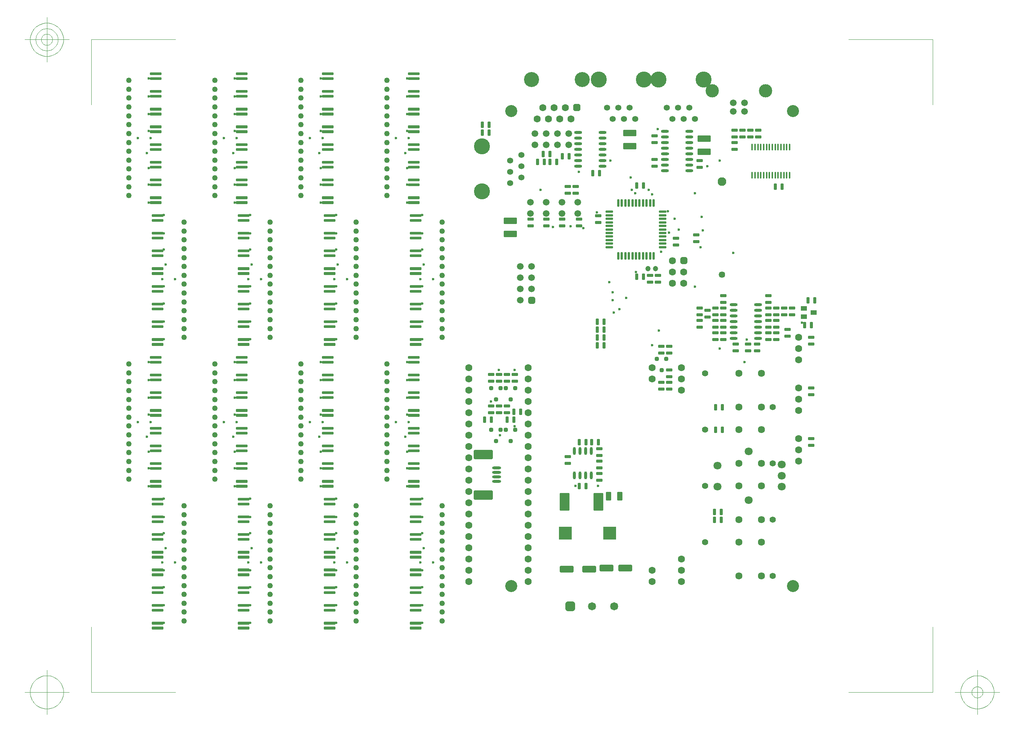
<source format=gbr>
G04 Generated by Ultiboard *
%FSLAX25Y25*%
%MOMM*%

%ADD10C,0.10000*%
%ADD11C,0.60000*%
%ADD12C,1.60000*%
%ADD13C,1.45560*%
%ADD14C,1.95560*%
%ADD15C,1.35560*%
%ADD16C,3.60560*%
%ADD17R,0.60508X0.60508*%
%ADD18C,0.99492*%
%ADD19C,1.60884*%
%ADD20O,1.77800X0.60960*%
%ADD21C,3.38684*%
%ADD22C,1.60800*%
%ADD23R,0.75342X0.75342*%
%ADD24C,0.84658*%
%ADD25R,2.20000X0.20000*%
%ADD26C,0.40000*%
%ADD27C,1.25000*%
%ADD28R,1.05867X0.27534*%
%ADD29C,0.42316*%
%ADD30R,0.33833X0.31725*%
%ADD31C,0.59284*%
%ADD32R,3.70000X1.50000*%
%ADD33O,2.00000X0.60000*%
%ADD34C,2.70916*%
%ADD35R,0.27534X1.05867*%
%ADD36R,1.77825X3.55600*%
%ADD37R,0.78334X1.56667*%
%ADD38C,1.82016*%
%ADD39R,0.95250X0.95250*%
%ADD40C,1.29108*%
%ADD41R,2.54000X0.93116*%
%ADD42R,3.00000X3.00000*%
%ADD43O,0.60960X1.77800*%
%ADD44C,1.50000*%
%ADD45R,0.63500X0.63500*%
%ADD46C,0.88900*%
%ADD47R,2.49784X0.97384*%
%ADD48O,1.80000X0.50000*%
%ADD49O,0.50000X1.80000*%
%ADD50C,1.20000*%
%ADD51C,3.00000*%
%ADD52R,1.40000X1.00000*%
%ADD53C,1.39700*%
%ADD54C,1.80000*%
%ADD55O,0.38100X1.48184*%


%LNSolder Mask Bottom*%
%LPD*%
%FSLAX25Y25*%
%MOMM*%
G54D10*
X-500000Y-1186867D02*
X-500000Y285820D01*
X-500000Y-1186867D02*
X1397147Y-1186867D01*
X18471467Y-1186867D02*
X16574320Y-1186867D01*
X18471467Y-1186867D02*
X18471467Y285820D01*
X18471467Y13540000D02*
X18471467Y12067314D01*
X18471467Y13540000D02*
X16574320Y13540000D01*
X-500000Y13540000D02*
X1397147Y13540000D01*
X-500000Y13540000D02*
X-500000Y12067314D01*
X-1000000Y-1186867D02*
X-2000000Y-1186867D01*
X-1500000Y-1686867D02*
X-1500000Y-686867D01*
X-1125000Y-1186867D02*
X-1126806Y-1150110D01*
X-1126806Y-1150110D02*
X-1132206Y-1113708D01*
X-1132206Y-1113708D02*
X-1141147Y-1078010D01*
X-1141147Y-1078010D02*
X-1153545Y-1043360D01*
X-1153545Y-1043360D02*
X-1169280Y-1010093D01*
X-1169280Y-1010093D02*
X-1188199Y-978528D01*
X-1188199Y-978528D02*
X-1210121Y-948969D01*
X-1210121Y-948969D02*
X-1234835Y-921702D01*
X-1234835Y-921702D02*
X-1262103Y-896988D01*
X-1262103Y-896988D02*
X-1291661Y-875066D01*
X-1291661Y-875066D02*
X-1323226Y-856146D01*
X-1323226Y-856146D02*
X-1356494Y-840412D01*
X-1356494Y-840412D02*
X-1391143Y-828014D01*
X-1391143Y-828014D02*
X-1426841Y-819072D01*
X-1426841Y-819072D02*
X-1463244Y-813672D01*
X-1463244Y-813672D02*
X-1500000Y-811867D01*
X-1500000Y-811867D02*
X-1536756Y-813672D01*
X-1536756Y-813672D02*
X-1573159Y-819072D01*
X-1573159Y-819072D02*
X-1608857Y-828014D01*
X-1608857Y-828014D02*
X-1643506Y-840412D01*
X-1643506Y-840412D02*
X-1676774Y-856146D01*
X-1676774Y-856146D02*
X-1708339Y-875066D01*
X-1708339Y-875066D02*
X-1737897Y-896988D01*
X-1737897Y-896988D02*
X-1765165Y-921702D01*
X-1765165Y-921702D02*
X-1789879Y-948969D01*
X-1789879Y-948969D02*
X-1811801Y-978528D01*
X-1811801Y-978528D02*
X-1830720Y-1010093D01*
X-1830720Y-1010093D02*
X-1846455Y-1043360D01*
X-1846455Y-1043360D02*
X-1858853Y-1078010D01*
X-1858853Y-1078010D02*
X-1867794Y-1113708D01*
X-1867794Y-1113708D02*
X-1873194Y-1150110D01*
X-1873194Y-1150110D02*
X-1875000Y-1186867D01*
X-1875000Y-1186867D02*
X-1873194Y-1223623D01*
X-1873194Y-1223623D02*
X-1867794Y-1260025D01*
X-1867794Y-1260025D02*
X-1858853Y-1295723D01*
X-1858853Y-1295723D02*
X-1846455Y-1330373D01*
X-1846455Y-1330373D02*
X-1830720Y-1363640D01*
X-1830720Y-1363640D02*
X-1811801Y-1395205D01*
X-1811801Y-1395205D02*
X-1789879Y-1424764D01*
X-1789879Y-1424764D02*
X-1765165Y-1452032D01*
X-1765165Y-1452032D02*
X-1737897Y-1476746D01*
X-1737897Y-1476746D02*
X-1708339Y-1498668D01*
X-1708339Y-1498668D02*
X-1676774Y-1517587D01*
X-1676774Y-1517587D02*
X-1643506Y-1533321D01*
X-1643506Y-1533321D02*
X-1608857Y-1545719D01*
X-1608857Y-1545719D02*
X-1573159Y-1554661D01*
X-1573159Y-1554661D02*
X-1536756Y-1560061D01*
X-1536756Y-1560061D02*
X-1500000Y-1561867D01*
X-1500000Y-1561867D02*
X-1463244Y-1560061D01*
X-1463244Y-1560061D02*
X-1426841Y-1554661D01*
X-1426841Y-1554661D02*
X-1391143Y-1545719D01*
X-1391143Y-1545719D02*
X-1356494Y-1533321D01*
X-1356494Y-1533321D02*
X-1323226Y-1517587D01*
X-1323226Y-1517587D02*
X-1291661Y-1498668D01*
X-1291661Y-1498668D02*
X-1262103Y-1476746D01*
X-1262103Y-1476746D02*
X-1234835Y-1452032D01*
X-1234835Y-1452032D02*
X-1210121Y-1424764D01*
X-1210121Y-1424764D02*
X-1188199Y-1395205D01*
X-1188199Y-1395205D02*
X-1169280Y-1363640D01*
X-1169280Y-1363640D02*
X-1153545Y-1330373D01*
X-1153545Y-1330373D02*
X-1141147Y-1295723D01*
X-1141147Y-1295723D02*
X-1132206Y-1260025D01*
X-1132206Y-1260025D02*
X-1126806Y-1223623D01*
X-1126806Y-1223623D02*
X-1125000Y-1186867D01*
X18971467Y-1186867D02*
X19971467Y-1186867D01*
X19471467Y-1686867D02*
X19471467Y-686867D01*
X19846467Y-1186867D02*
X19844661Y-1150110D01*
X19844661Y-1150110D02*
X19839261Y-1113708D01*
X19839261Y-1113708D02*
X19830319Y-1078010D01*
X19830319Y-1078010D02*
X19817922Y-1043360D01*
X19817922Y-1043360D02*
X19802187Y-1010093D01*
X19802187Y-1010093D02*
X19783268Y-978528D01*
X19783268Y-978528D02*
X19761346Y-948969D01*
X19761346Y-948969D02*
X19736632Y-921702D01*
X19736632Y-921702D02*
X19709364Y-896988D01*
X19709364Y-896988D02*
X19679806Y-875066D01*
X19679806Y-875066D02*
X19648240Y-856146D01*
X19648240Y-856146D02*
X19614973Y-840412D01*
X19614973Y-840412D02*
X19580323Y-828014D01*
X19580323Y-828014D02*
X19544626Y-819072D01*
X19544626Y-819072D02*
X19508223Y-813672D01*
X19508223Y-813672D02*
X19471467Y-811867D01*
X19471467Y-811867D02*
X19434710Y-813672D01*
X19434710Y-813672D02*
X19398308Y-819072D01*
X19398308Y-819072D02*
X19362610Y-828014D01*
X19362610Y-828014D02*
X19327961Y-840412D01*
X19327961Y-840412D02*
X19294693Y-856146D01*
X19294693Y-856146D02*
X19263128Y-875066D01*
X19263128Y-875066D02*
X19233569Y-896988D01*
X19233569Y-896988D02*
X19206302Y-921702D01*
X19206302Y-921702D02*
X19181588Y-948969D01*
X19181588Y-948969D02*
X19159666Y-978528D01*
X19159666Y-978528D02*
X19140746Y-1010093D01*
X19140746Y-1010093D02*
X19125012Y-1043360D01*
X19125012Y-1043360D02*
X19112614Y-1078010D01*
X19112614Y-1078010D02*
X19103672Y-1113708D01*
X19103672Y-1113708D02*
X19098273Y-1150110D01*
X19098273Y-1150110D02*
X19096467Y-1186867D01*
X19096467Y-1186867D02*
X19098273Y-1223623D01*
X19098273Y-1223623D02*
X19103672Y-1260025D01*
X19103672Y-1260025D02*
X19112614Y-1295723D01*
X19112614Y-1295723D02*
X19125012Y-1330373D01*
X19125012Y-1330373D02*
X19140746Y-1363640D01*
X19140746Y-1363640D02*
X19159666Y-1395205D01*
X19159666Y-1395205D02*
X19181588Y-1424764D01*
X19181588Y-1424764D02*
X19206302Y-1452032D01*
X19206302Y-1452032D02*
X19233569Y-1476746D01*
X19233569Y-1476746D02*
X19263128Y-1498668D01*
X19263128Y-1498668D02*
X19294693Y-1517587D01*
X19294693Y-1517587D02*
X19327961Y-1533321D01*
X19327961Y-1533321D02*
X19362610Y-1545719D01*
X19362610Y-1545719D02*
X19398308Y-1554661D01*
X19398308Y-1554661D02*
X19434710Y-1560061D01*
X19434710Y-1560061D02*
X19471467Y-1561867D01*
X19471467Y-1561867D02*
X19508223Y-1560061D01*
X19508223Y-1560061D02*
X19544626Y-1554661D01*
X19544626Y-1554661D02*
X19580323Y-1545719D01*
X19580323Y-1545719D02*
X19614973Y-1533321D01*
X19614973Y-1533321D02*
X19648240Y-1517587D01*
X19648240Y-1517587D02*
X19679806Y-1498668D01*
X19679806Y-1498668D02*
X19709364Y-1476746D01*
X19709364Y-1476746D02*
X19736632Y-1452032D01*
X19736632Y-1452032D02*
X19761346Y-1424764D01*
X19761346Y-1424764D02*
X19783268Y-1395205D01*
X19783268Y-1395205D02*
X19802187Y-1363640D01*
X19802187Y-1363640D02*
X19817922Y-1330373D01*
X19817922Y-1330373D02*
X19830319Y-1295723D01*
X19830319Y-1295723D02*
X19839261Y-1260025D01*
X19839261Y-1260025D02*
X19844661Y-1223623D01*
X19844661Y-1223623D02*
X19846467Y-1186867D01*
X19596467Y-1186867D02*
X19595865Y-1174615D01*
X19595865Y-1174615D02*
X19594065Y-1162480D01*
X19594065Y-1162480D02*
X19591084Y-1150581D01*
X19591084Y-1150581D02*
X19586952Y-1139031D01*
X19586952Y-1139031D02*
X19581707Y-1127942D01*
X19581707Y-1127942D02*
X19575400Y-1117420D01*
X19575400Y-1117420D02*
X19568093Y-1107568D01*
X19568093Y-1107568D02*
X19559855Y-1098478D01*
X19559855Y-1098478D02*
X19550766Y-1090240D01*
X19550766Y-1090240D02*
X19540913Y-1082933D01*
X19540913Y-1082933D02*
X19530391Y-1076627D01*
X19530391Y-1076627D02*
X19519302Y-1071382D01*
X19519302Y-1071382D02*
X19507752Y-1067249D01*
X19507752Y-1067249D02*
X19495853Y-1064269D01*
X19495853Y-1064269D02*
X19483719Y-1062469D01*
X19483719Y-1062469D02*
X19471467Y-1061867D01*
X19471467Y-1061867D02*
X19459215Y-1062469D01*
X19459215Y-1062469D02*
X19447081Y-1064269D01*
X19447081Y-1064269D02*
X19435181Y-1067249D01*
X19435181Y-1067249D02*
X19423631Y-1071382D01*
X19423631Y-1071382D02*
X19412542Y-1076627D01*
X19412542Y-1076627D02*
X19402021Y-1082933D01*
X19402021Y-1082933D02*
X19392168Y-1090240D01*
X19392168Y-1090240D02*
X19383078Y-1098478D01*
X19383078Y-1098478D02*
X19374840Y-1107568D01*
X19374840Y-1107568D02*
X19367533Y-1117420D01*
X19367533Y-1117420D02*
X19361227Y-1127942D01*
X19361227Y-1127942D02*
X19355982Y-1139031D01*
X19355982Y-1139031D02*
X19351849Y-1150581D01*
X19351849Y-1150581D02*
X19348869Y-1162480D01*
X19348869Y-1162480D02*
X19347069Y-1174615D01*
X19347069Y-1174615D02*
X19346467Y-1186867D01*
X19346467Y-1186867D02*
X19347069Y-1199119D01*
X19347069Y-1199119D02*
X19348869Y-1211253D01*
X19348869Y-1211253D02*
X19351849Y-1223152D01*
X19351849Y-1223152D02*
X19355982Y-1234702D01*
X19355982Y-1234702D02*
X19361227Y-1245791D01*
X19361227Y-1245791D02*
X19367533Y-1256313D01*
X19367533Y-1256313D02*
X19374840Y-1266166D01*
X19374840Y-1266166D02*
X19383078Y-1275255D01*
X19383078Y-1275255D02*
X19392168Y-1283493D01*
X19392168Y-1283493D02*
X19402021Y-1290800D01*
X19402021Y-1290800D02*
X19412542Y-1297107D01*
X19412542Y-1297107D02*
X19423631Y-1302352D01*
X19423631Y-1302352D02*
X19435181Y-1306484D01*
X19435181Y-1306484D02*
X19447081Y-1309465D01*
X19447081Y-1309465D02*
X19459215Y-1311265D01*
X19459215Y-1311265D02*
X19471467Y-1311867D01*
X19471467Y-1311867D02*
X19483719Y-1311265D01*
X19483719Y-1311265D02*
X19495853Y-1309465D01*
X19495853Y-1309465D02*
X19507752Y-1306484D01*
X19507752Y-1306484D02*
X19519302Y-1302352D01*
X19519302Y-1302352D02*
X19530391Y-1297107D01*
X19530391Y-1297107D02*
X19540913Y-1290800D01*
X19540913Y-1290800D02*
X19550766Y-1283493D01*
X19550766Y-1283493D02*
X19559855Y-1275255D01*
X19559855Y-1275255D02*
X19568093Y-1266166D01*
X19568093Y-1266166D02*
X19575400Y-1256313D01*
X19575400Y-1256313D02*
X19581707Y-1245791D01*
X19581707Y-1245791D02*
X19586952Y-1234702D01*
X19586952Y-1234702D02*
X19591084Y-1223152D01*
X19591084Y-1223152D02*
X19594065Y-1211253D01*
X19594065Y-1211253D02*
X19595865Y-1199119D01*
X19595865Y-1199119D02*
X19596467Y-1186867D01*
X-1000000Y13540000D02*
X-2000000Y13540000D01*
X-1500000Y13040000D02*
X-1500000Y14040000D01*
X-1125000Y13540000D02*
X-1126806Y13576757D01*
X-1126806Y13576757D02*
X-1132206Y13613159D01*
X-1132206Y13613159D02*
X-1141147Y13648857D01*
X-1141147Y13648857D02*
X-1153545Y13683506D01*
X-1153545Y13683506D02*
X-1169280Y13716774D01*
X-1169280Y13716774D02*
X-1188199Y13748339D01*
X-1188199Y13748339D02*
X-1210121Y13777898D01*
X-1210121Y13777898D02*
X-1234835Y13805165D01*
X-1234835Y13805165D02*
X-1262103Y13829879D01*
X-1262103Y13829879D02*
X-1291661Y13851801D01*
X-1291661Y13851801D02*
X-1323226Y13870721D01*
X-1323226Y13870721D02*
X-1356494Y13886455D01*
X-1356494Y13886455D02*
X-1391143Y13898853D01*
X-1391143Y13898853D02*
X-1426841Y13907795D01*
X-1426841Y13907795D02*
X-1463244Y13913194D01*
X-1463244Y13913194D02*
X-1500000Y13915000D01*
X-1500000Y13915000D02*
X-1536756Y13913194D01*
X-1536756Y13913194D02*
X-1573159Y13907795D01*
X-1573159Y13907795D02*
X-1608857Y13898853D01*
X-1608857Y13898853D02*
X-1643506Y13886455D01*
X-1643506Y13886455D02*
X-1676774Y13870721D01*
X-1676774Y13870721D02*
X-1708339Y13851801D01*
X-1708339Y13851801D02*
X-1737897Y13829879D01*
X-1737897Y13829879D02*
X-1765165Y13805165D01*
X-1765165Y13805165D02*
X-1789879Y13777898D01*
X-1789879Y13777898D02*
X-1811801Y13748339D01*
X-1811801Y13748339D02*
X-1830720Y13716774D01*
X-1830720Y13716774D02*
X-1846455Y13683506D01*
X-1846455Y13683506D02*
X-1858853Y13648857D01*
X-1858853Y13648857D02*
X-1867794Y13613159D01*
X-1867794Y13613159D02*
X-1873194Y13576757D01*
X-1873194Y13576757D02*
X-1875000Y13540000D01*
X-1875000Y13540000D02*
X-1873194Y13503244D01*
X-1873194Y13503244D02*
X-1867794Y13466841D01*
X-1867794Y13466841D02*
X-1858853Y13431143D01*
X-1858853Y13431143D02*
X-1846455Y13396494D01*
X-1846455Y13396494D02*
X-1830720Y13363226D01*
X-1830720Y13363226D02*
X-1811801Y13331661D01*
X-1811801Y13331661D02*
X-1789879Y13302103D01*
X-1789879Y13302103D02*
X-1765165Y13274835D01*
X-1765165Y13274835D02*
X-1737897Y13250121D01*
X-1737897Y13250121D02*
X-1708339Y13228199D01*
X-1708339Y13228199D02*
X-1676774Y13209280D01*
X-1676774Y13209280D02*
X-1643506Y13193545D01*
X-1643506Y13193545D02*
X-1608857Y13181148D01*
X-1608857Y13181148D02*
X-1573159Y13172206D01*
X-1573159Y13172206D02*
X-1536756Y13166806D01*
X-1536756Y13166806D02*
X-1500000Y13165000D01*
X-1500000Y13165000D02*
X-1463244Y13166806D01*
X-1463244Y13166806D02*
X-1426841Y13172206D01*
X-1426841Y13172206D02*
X-1391143Y13181148D01*
X-1391143Y13181148D02*
X-1356494Y13193545D01*
X-1356494Y13193545D02*
X-1323226Y13209280D01*
X-1323226Y13209280D02*
X-1291661Y13228199D01*
X-1291661Y13228199D02*
X-1262103Y13250121D01*
X-1262103Y13250121D02*
X-1234835Y13274835D01*
X-1234835Y13274835D02*
X-1210121Y13302103D01*
X-1210121Y13302103D02*
X-1188199Y13331661D01*
X-1188199Y13331661D02*
X-1169280Y13363226D01*
X-1169280Y13363226D02*
X-1153545Y13396494D01*
X-1153545Y13396494D02*
X-1141147Y13431143D01*
X-1141147Y13431143D02*
X-1132206Y13466841D01*
X-1132206Y13466841D02*
X-1126806Y13503244D01*
X-1126806Y13503244D02*
X-1125000Y13540000D01*
X-1250000Y13540000D02*
X-1251204Y13564504D01*
X-1251204Y13564504D02*
X-1254804Y13588773D01*
X-1254804Y13588773D02*
X-1260765Y13612571D01*
X-1260765Y13612571D02*
X-1269030Y13635671D01*
X-1269030Y13635671D02*
X-1279520Y13657849D01*
X-1279520Y13657849D02*
X-1292133Y13678893D01*
X-1292133Y13678893D02*
X-1306747Y13698598D01*
X-1306747Y13698598D02*
X-1323223Y13716777D01*
X-1323223Y13716777D02*
X-1341402Y13733253D01*
X-1341402Y13733253D02*
X-1361108Y13747868D01*
X-1361108Y13747868D02*
X-1382151Y13760480D01*
X-1382151Y13760480D02*
X-1404329Y13770970D01*
X-1404329Y13770970D02*
X-1427429Y13779235D01*
X-1427429Y13779235D02*
X-1451228Y13785196D01*
X-1451228Y13785196D02*
X-1475496Y13788796D01*
X-1475496Y13788796D02*
X-1500000Y13790000D01*
X-1500000Y13790000D02*
X-1524504Y13788796D01*
X-1524504Y13788796D02*
X-1548773Y13785196D01*
X-1548773Y13785196D02*
X-1572571Y13779235D01*
X-1572571Y13779235D02*
X-1595671Y13770970D01*
X-1595671Y13770970D02*
X-1617849Y13760480D01*
X-1617849Y13760480D02*
X-1638893Y13747868D01*
X-1638893Y13747868D02*
X-1658598Y13733253D01*
X-1658598Y13733253D02*
X-1676777Y13716777D01*
X-1676777Y13716777D02*
X-1693253Y13698598D01*
X-1693253Y13698598D02*
X-1707867Y13678893D01*
X-1707867Y13678893D02*
X-1720480Y13657849D01*
X-1720480Y13657849D02*
X-1730970Y13635671D01*
X-1730970Y13635671D02*
X-1739235Y13612571D01*
X-1739235Y13612571D02*
X-1745196Y13588773D01*
X-1745196Y13588773D02*
X-1748796Y13564504D01*
X-1748796Y13564504D02*
X-1750000Y13540000D01*
X-1750000Y13540000D02*
X-1748796Y13515496D01*
X-1748796Y13515496D02*
X-1745196Y13491228D01*
X-1745196Y13491228D02*
X-1739235Y13467429D01*
X-1739235Y13467429D02*
X-1730970Y13444329D01*
X-1730970Y13444329D02*
X-1720480Y13422151D01*
X-1720480Y13422151D02*
X-1707867Y13401108D01*
X-1707867Y13401108D02*
X-1693253Y13381402D01*
X-1693253Y13381402D02*
X-1676777Y13363223D01*
X-1676777Y13363223D02*
X-1658598Y13346748D01*
X-1658598Y13346748D02*
X-1638893Y13332133D01*
X-1638893Y13332133D02*
X-1617849Y13319520D01*
X-1617849Y13319520D02*
X-1595671Y13309030D01*
X-1595671Y13309030D02*
X-1572571Y13300765D01*
X-1572571Y13300765D02*
X-1548773Y13294804D01*
X-1548773Y13294804D02*
X-1524504Y13291204D01*
X-1524504Y13291204D02*
X-1500000Y13290000D01*
X-1500000Y13290000D02*
X-1475496Y13291204D01*
X-1475496Y13291204D02*
X-1451228Y13294804D01*
X-1451228Y13294804D02*
X-1427429Y13300765D01*
X-1427429Y13300765D02*
X-1404329Y13309030D01*
X-1404329Y13309030D02*
X-1382151Y13319520D01*
X-1382151Y13319520D02*
X-1361108Y13332133D01*
X-1361108Y13332133D02*
X-1341402Y13346748D01*
X-1341402Y13346748D02*
X-1323223Y13363223D01*
X-1323223Y13363223D02*
X-1306747Y13381402D01*
X-1306747Y13381402D02*
X-1292133Y13401108D01*
X-1292133Y13401108D02*
X-1279520Y13422151D01*
X-1279520Y13422151D02*
X-1269030Y13444329D01*
X-1269030Y13444329D02*
X-1260765Y13467429D01*
X-1260765Y13467429D02*
X-1254804Y13491228D01*
X-1254804Y13491228D02*
X-1251204Y13515496D01*
X-1251204Y13515496D02*
X-1250000Y13540000D01*
X-1375000Y13540000D02*
X-1375602Y13552252D01*
X-1375602Y13552252D02*
X-1377402Y13564386D01*
X-1377402Y13564386D02*
X-1380383Y13576286D01*
X-1380383Y13576286D02*
X-1384515Y13587836D01*
X-1384515Y13587836D02*
X-1389760Y13598925D01*
X-1389760Y13598925D02*
X-1396066Y13609446D01*
X-1396066Y13609446D02*
X-1403374Y13619299D01*
X-1403374Y13619299D02*
X-1411612Y13628388D01*
X-1411612Y13628388D02*
X-1420701Y13636626D01*
X-1420701Y13636626D02*
X-1430554Y13643934D01*
X-1430554Y13643934D02*
X-1441076Y13650240D01*
X-1441076Y13650240D02*
X-1452165Y13655485D01*
X-1452165Y13655485D02*
X-1463715Y13659618D01*
X-1463715Y13659618D02*
X-1475614Y13662598D01*
X-1475614Y13662598D02*
X-1487748Y13664398D01*
X-1487748Y13664398D02*
X-1500000Y13665000D01*
X-1500000Y13665000D02*
X-1512252Y13664398D01*
X-1512252Y13664398D02*
X-1524386Y13662598D01*
X-1524386Y13662598D02*
X-1536286Y13659618D01*
X-1536286Y13659618D02*
X-1547835Y13655485D01*
X-1547835Y13655485D02*
X-1558925Y13650240D01*
X-1558925Y13650240D02*
X-1569446Y13643934D01*
X-1569446Y13643934D02*
X-1579299Y13636626D01*
X-1579299Y13636626D02*
X-1588388Y13628388D01*
X-1588388Y13628388D02*
X-1596626Y13619299D01*
X-1596626Y13619299D02*
X-1603934Y13609446D01*
X-1603934Y13609446D02*
X-1610240Y13598925D01*
X-1610240Y13598925D02*
X-1615485Y13587836D01*
X-1615485Y13587836D02*
X-1619618Y13576286D01*
X-1619618Y13576286D02*
X-1622598Y13564386D01*
X-1622598Y13564386D02*
X-1624398Y13552252D01*
X-1624398Y13552252D02*
X-1625000Y13540000D01*
X-1625000Y13540000D02*
X-1624398Y13527748D01*
X-1624398Y13527748D02*
X-1622598Y13515614D01*
X-1622598Y13515614D02*
X-1619618Y13503715D01*
X-1619618Y13503715D02*
X-1615485Y13492165D01*
X-1615485Y13492165D02*
X-1610240Y13481076D01*
X-1610240Y13481076D02*
X-1603934Y13470554D01*
X-1603934Y13470554D02*
X-1596626Y13460701D01*
X-1596626Y13460701D02*
X-1588388Y13451612D01*
X-1588388Y13451612D02*
X-1579299Y13443374D01*
X-1579299Y13443374D02*
X-1569446Y13436066D01*
X-1569446Y13436066D02*
X-1558925Y13429760D01*
X-1558925Y13429760D02*
X-1547835Y13424515D01*
X-1547835Y13424515D02*
X-1536286Y13420383D01*
X-1536286Y13420383D02*
X-1524386Y13417402D01*
X-1524386Y13417402D02*
X-1512252Y13415602D01*
X-1512252Y13415602D02*
X-1500000Y13415000D01*
X-1500000Y13415000D02*
X-1487748Y13415602D01*
X-1487748Y13415602D02*
X-1475614Y13417402D01*
X-1475614Y13417402D02*
X-1463715Y13420383D01*
X-1463715Y13420383D02*
X-1452165Y13424515D01*
X-1452165Y13424515D02*
X-1441076Y13429760D01*
X-1441076Y13429760D02*
X-1430554Y13436066D01*
X-1430554Y13436066D02*
X-1420701Y13443374D01*
X-1420701Y13443374D02*
X-1411612Y13451612D01*
X-1411612Y13451612D02*
X-1403374Y13460701D01*
X-1403374Y13460701D02*
X-1396066Y13470554D01*
X-1396066Y13470554D02*
X-1389760Y13481076D01*
X-1389760Y13481076D02*
X-1384515Y13492165D01*
X-1384515Y13492165D02*
X-1380383Y13503715D01*
X-1380383Y13503715D02*
X-1377402Y13515614D01*
X-1377402Y13515614D02*
X-1375602Y13527748D01*
X-1375602Y13527748D02*
X-1375000Y13540000D01*
G54D11*
X12748200Y9255400D03*
X6370000Y4905000D03*
X6370000Y11315000D03*
X3080000Y3180000D03*
X1140000Y3180000D03*
X1140000Y1560000D03*
X1140000Y780000D03*
X1140000Y380000D03*
X1140000Y1180000D03*
X1140000Y2400000D03*
X1180000Y2060000D03*
X1100000Y1740000D03*
X1390000Y1740000D03*
X1140000Y2770000D03*
X3080000Y1560000D03*
X3080000Y780000D03*
X3080000Y380000D03*
X3080000Y1180000D03*
X3080000Y2400000D03*
X3040000Y1740000D03*
X3120000Y2060000D03*
X3080000Y2770000D03*
X760000Y4580000D03*
X800000Y3870000D03*
X800000Y3460000D03*
X800000Y4240000D03*
X840000Y4905000D03*
X800000Y6260000D03*
X800000Y5460000D03*
X800000Y5080000D03*
X800000Y5860000D03*
X550000Y4905000D03*
X2740000Y3460000D03*
X2740000Y3870000D03*
X2740000Y4240000D03*
X2700000Y4580000D03*
X2780000Y4905000D03*
X2490000Y4905000D03*
X2740000Y5080000D03*
X2740000Y5460000D03*
X2740000Y5860000D03*
X2740000Y6260000D03*
X5020000Y3180000D03*
X3330000Y1740000D03*
X5020000Y1560000D03*
X5020000Y780000D03*
X5020000Y380000D03*
X5020000Y1180000D03*
X5020000Y2400000D03*
X4980000Y1740000D03*
X5060000Y2060000D03*
X5270000Y1740000D03*
X5020000Y2770000D03*
X4680000Y3460000D03*
X4680000Y3870000D03*
X4680000Y4240000D03*
X4640000Y4580000D03*
X4430000Y4905000D03*
X4720000Y4905000D03*
X4680000Y5080000D03*
X4680000Y5460000D03*
X4680000Y5860000D03*
X4680000Y6260000D03*
X3080000Y9580000D03*
X1140000Y9580000D03*
X1140000Y7970000D03*
X1140000Y7180000D03*
X1140000Y6780000D03*
X1140000Y7580000D03*
X1140000Y8800000D03*
X1180000Y8460000D03*
X1100000Y8135000D03*
X1390000Y8135000D03*
X1140000Y9170000D03*
X3080000Y7970000D03*
X3080000Y7180000D03*
X3080000Y6780000D03*
X3080000Y7580000D03*
X3080000Y8800000D03*
X3040000Y8135000D03*
X3120000Y8460000D03*
X3080000Y9170000D03*
X760000Y10980000D03*
X800000Y10270000D03*
X800000Y9860000D03*
X800000Y10640000D03*
X840000Y11315000D03*
X800000Y12660000D03*
X800000Y11860000D03*
X800000Y11480000D03*
X800000Y12260000D03*
X550000Y11315000D03*
X2740000Y9860000D03*
X2740000Y10270000D03*
X2740000Y10640000D03*
X2700000Y10980000D03*
X2780000Y11315000D03*
X2490000Y11315000D03*
X2740000Y11480000D03*
X2740000Y11860000D03*
X2740000Y12260000D03*
X2740000Y12660000D03*
X5020000Y9580000D03*
X3330000Y8135000D03*
X5020000Y7970000D03*
X5020000Y7180000D03*
X5020000Y6780000D03*
X5020000Y7580000D03*
X5020000Y8800000D03*
X4980000Y8135000D03*
X5060000Y8460000D03*
X5270000Y8135000D03*
X5020000Y9170000D03*
X4680000Y9860000D03*
X4680000Y10270000D03*
X4680000Y10640000D03*
X4640000Y10980000D03*
X4430000Y11315000D03*
X4720000Y11315000D03*
X4680000Y11480000D03*
X4680000Y11860000D03*
X4680000Y12260000D03*
X4680000Y12660000D03*
X6960000Y3180000D03*
X6960000Y1560000D03*
X6960000Y780000D03*
X6960000Y380000D03*
X6960000Y1180000D03*
X7210000Y1740000D03*
X6960000Y2400000D03*
X6920000Y1740000D03*
X7000000Y2060000D03*
X6960000Y2770000D03*
X6620000Y3460000D03*
X6620000Y3870000D03*
X6620000Y4240000D03*
X6580000Y4580000D03*
X6660000Y4905000D03*
X6620000Y5080000D03*
X6620000Y5460000D03*
X6620000Y5860000D03*
X6620000Y6260000D03*
X9046200Y4816800D03*
X8716000Y4613600D03*
X8512800Y5375600D03*
X8690600Y6086800D03*
X9046200Y6086800D03*
X10417800Y3470600D03*
X10925800Y3470600D03*
X9630400Y10150800D03*
X6960000Y9580000D03*
X6960000Y7970000D03*
X6960000Y7180000D03*
X6960000Y6780000D03*
X6960000Y7580000D03*
X7210000Y8135000D03*
X6960000Y8800000D03*
X6920000Y8135000D03*
X7000000Y8460000D03*
X6960000Y9170000D03*
X6620000Y9860000D03*
X6620000Y10270000D03*
X6620000Y10640000D03*
X6580000Y10980000D03*
X6660000Y11315000D03*
X6620000Y11480000D03*
X6620000Y11860000D03*
X6620000Y12260000D03*
X6620000Y12660000D03*
X10900400Y9642800D03*
X11179800Y8068000D03*
X9909800Y9312600D03*
X10302200Y9324000D03*
X10595600Y9287200D03*
X11560800Y7712400D03*
X11281400Y7382200D03*
X11408400Y7458400D03*
X11256000Y7661600D03*
X11256000Y7839400D03*
X12145000Y6645600D03*
X12297400Y6975800D03*
X11779800Y8296600D03*
X12348200Y8753800D03*
X12526000Y9185600D03*
X12648000Y9495400D03*
X11205200Y10811200D03*
X10494000Y10557200D03*
X11662400Y10430200D03*
X11687800Y10150800D03*
X11764000Y10074600D03*
X11764000Y11141400D03*
X12145000Y10049200D03*
X12068800Y10150800D03*
X12500600Y9668200D03*
X12500600Y10963600D03*
X12272000Y11522400D03*
X14227800Y6264600D03*
X13110200Y7966400D03*
X13669000Y6569400D03*
X14278600Y6772600D03*
X13237200Y8855400D03*
X13288000Y9236400D03*
X13262600Y9541200D03*
X13973800Y8728400D03*
X15523200Y7153600D03*
X13110200Y10074600D03*
X13389600Y10684200D03*
X13669000Y10811200D03*
X8150000Y3192400D02*
X8520000Y3192400D01*
X8520000Y3342400D01*
X8150000Y3342400D01*
X8150000Y3192400D01*D02*
X8150000Y4106800D02*
X8520000Y4106800D01*
X8520000Y4256800D01*
X8150000Y4256800D01*
X8150000Y4106800D01*D02*
G54D12*
X9351000Y1565600D03*
X9351000Y1311600D03*
X9351000Y2327600D03*
X9351000Y2073600D03*
X9351000Y1819600D03*
X9351000Y2835600D03*
X9351000Y2581600D03*
X9351000Y3089600D03*
X9351000Y4867600D03*
X9351000Y3597600D03*
X9351000Y3343600D03*
X9351000Y3851600D03*
X9351000Y4359600D03*
X9351000Y4105600D03*
X9351000Y4613600D03*
X9351000Y5629600D03*
X9351000Y5121600D03*
X9351000Y5375600D03*
X9351000Y5883600D03*
X9351000Y6137600D03*
X12145000Y1565600D03*
X12145000Y1311600D03*
X12145000Y5883600D03*
X12145000Y6137600D03*
X12805400Y1819600D03*
X12805400Y1311600D03*
X12805400Y1565600D03*
X12805400Y5629600D03*
X12805400Y6137600D03*
X12805400Y5883600D03*
X8009400Y3089600D03*
X8009400Y1819600D03*
X8009400Y1311600D03*
X8009400Y1565600D03*
X8009400Y2581600D03*
X8009400Y2073600D03*
X8009400Y2327600D03*
X8009400Y2835600D03*
X8009400Y3343600D03*
X8009400Y4867600D03*
X8009400Y4105600D03*
X8009400Y3597600D03*
X8009400Y3851600D03*
X8009400Y4613600D03*
X8009400Y4359600D03*
X8009400Y5629600D03*
X8009400Y5375600D03*
X8009400Y5121600D03*
X8009400Y6137600D03*
X8009400Y5883600D03*
X12856200Y8042600D03*
X12856200Y8296600D03*
X12602200Y8296600D03*
X9554200Y11751000D03*
X9681200Y12005000D03*
X10189200Y12005000D03*
X9935200Y12005000D03*
X10062200Y11751000D03*
X9808200Y11751000D03*
X15447000Y6315400D03*
X15447000Y6823400D03*
X15447000Y6569400D03*
X15447000Y4029400D03*
X15447000Y4283400D03*
X15447000Y4537400D03*
X15447000Y5680400D03*
X15447000Y5172400D03*
X15447000Y5426400D03*
G54D13*
X13720400Y8234600D03*
G54D14*
X13720400Y10334600D03*
G54D15*
X12729200Y12005000D03*
X12856200Y11751000D03*
X12475200Y12005000D03*
X12602200Y11751000D03*
X12983200Y12005000D03*
X13110200Y11751000D03*
X11129000Y12005000D03*
X11256000Y11751000D03*
X11383000Y12005000D03*
X11637000Y12005000D03*
X11510000Y11751000D03*
X11764000Y11751000D03*
X9198600Y10430200D03*
X8944600Y10303200D03*
X9198600Y10938200D03*
X9198600Y10684200D03*
X8944600Y10811200D03*
X8944600Y10557200D03*
G54D16*
X12284700Y12640000D03*
X13300700Y12640000D03*
X10938500Y12640000D03*
X11954500Y12640000D03*
X8309600Y11128700D03*
X8309600Y10112700D03*
G54D17*
X12856200Y8550600D03*
G54D18*
X12825946Y8520346D02*
X12886454Y8520346D01*
X12886454Y8580854D01*
X12825946Y8580854D01*
X12825946Y8520346D01*D02*
G54D19*
X12602200Y8042600D03*
X12602200Y8550600D03*
X14100800Y2708600D03*
X14608800Y2708600D03*
X14100800Y3470600D03*
X14608800Y3470600D03*
X14100800Y1438600D03*
X14100800Y2200600D03*
X14608800Y1438600D03*
X14608800Y2200600D03*
X14100800Y4740600D03*
X14100800Y3978600D03*
X14608800Y4740600D03*
X14608800Y3978600D03*
X14100800Y5248600D03*
X14100800Y6010600D03*
X14608800Y5248600D03*
X14608800Y6010600D03*
G54D20*
X12432867Y11217600D03*
X12432867Y10582600D03*
X12432867Y10836600D03*
X12432867Y10709600D03*
X12432867Y10963600D03*
X12432867Y11090600D03*
X12432867Y11344600D03*
X12432867Y11471600D03*
X12983200Y11217600D03*
X12983200Y10836600D03*
X12983200Y10582600D03*
X12983200Y10709600D03*
X12983200Y10963600D03*
X12983200Y11090600D03*
X12983200Y11344600D03*
X12983200Y11471600D03*
X10477067Y11192200D03*
X11027400Y11192200D03*
X10477067Y10811200D03*
X10477067Y10684200D03*
X10477067Y10938200D03*
X10477067Y11065200D03*
X11027400Y10811200D03*
X11027400Y10684200D03*
X11027400Y10938200D03*
X11027400Y11065200D03*
X10477067Y11319200D03*
X10477067Y11446200D03*
X11027400Y11319200D03*
X11027400Y11446200D03*
X13982267Y7179000D03*
X13982267Y6925000D03*
X13982267Y6798000D03*
X13982267Y7052000D03*
X13982267Y7306000D03*
X13982267Y7433000D03*
X13982267Y7560000D03*
X14532600Y7179000D03*
X14532600Y6798000D03*
X14532600Y6925000D03*
X14532600Y7052000D03*
X14532600Y7560000D03*
X14532600Y7306000D03*
X14532600Y7433000D03*
G54D21*
X9427200Y12640000D03*
X10570200Y12640000D03*
G54D22*
X10316200Y11751000D03*
G54D23*
X10443200Y12005000D03*
G54D24*
X10405529Y11967329D02*
X10480871Y11967329D01*
X10480871Y12042671D01*
X10405529Y12042671D01*
X10405529Y11967329D01*D02*
G54D25*
X950000Y12775000D03*
X950000Y12665000D03*
X2890000Y12775000D03*
X2890000Y12665000D03*
X4830000Y12775000D03*
X4830000Y12665000D03*
X6770000Y12775000D03*
X6770000Y12665000D03*
X950000Y6375000D03*
X950000Y6265000D03*
X2890000Y6375000D03*
X2890000Y6265000D03*
X4830000Y6375000D03*
X4830000Y6265000D03*
X2930000Y3175000D03*
X2930000Y3065000D03*
X990000Y3175000D03*
X990000Y3065000D03*
X990000Y1575000D03*
X990000Y1465000D03*
X990000Y775000D03*
X990000Y665000D03*
X990000Y375000D03*
X990000Y265000D03*
X990000Y1175000D03*
X990000Y1065000D03*
X990000Y2375000D03*
X990000Y2265000D03*
X990000Y1975000D03*
X990000Y1865000D03*
X990000Y2775000D03*
X990000Y2665000D03*
X2930000Y1575000D03*
X2930000Y1465000D03*
X2930000Y775000D03*
X2930000Y665000D03*
X2930000Y265000D03*
X2930000Y375000D03*
X2930000Y1065000D03*
X2930000Y1175000D03*
X2930000Y2375000D03*
X2930000Y2265000D03*
X2930000Y1865000D03*
X2930000Y1975000D03*
X2930000Y2665000D03*
X2930000Y2775000D03*
X950000Y4775000D03*
X950000Y4665000D03*
X950000Y3975000D03*
X950000Y3865000D03*
X950000Y3575000D03*
X950000Y3465000D03*
X950000Y4375000D03*
X950000Y4265000D03*
X950000Y5575000D03*
X950000Y5465000D03*
X950000Y5175000D03*
X950000Y5065000D03*
X950000Y5975000D03*
X950000Y5865000D03*
X2890000Y4775000D03*
X2890000Y4665000D03*
X2890000Y3975000D03*
X2890000Y3865000D03*
X2890000Y3465000D03*
X2890000Y3575000D03*
X2890000Y4375000D03*
X2890000Y4265000D03*
X2890000Y5575000D03*
X2890000Y5465000D03*
X2890000Y5175000D03*
X2890000Y5065000D03*
X2890000Y5865000D03*
X2890000Y5975000D03*
X4870000Y3175000D03*
X4870000Y3065000D03*
X4870000Y1465000D03*
X4870000Y1575000D03*
X4870000Y665000D03*
X4870000Y775000D03*
X4870000Y265000D03*
X4870000Y375000D03*
X4870000Y1065000D03*
X4870000Y1175000D03*
X4870000Y2265000D03*
X4870000Y2375000D03*
X4870000Y1865000D03*
X4870000Y1975000D03*
X4870000Y2665000D03*
X4870000Y2775000D03*
X4830000Y4775000D03*
X4830000Y4665000D03*
X4830000Y3975000D03*
X4830000Y3865000D03*
X4830000Y4375000D03*
X4830000Y4265000D03*
X4830000Y5575000D03*
X4830000Y5465000D03*
X4830000Y5175000D03*
X4830000Y5065000D03*
X4830000Y3465000D03*
X4830000Y3575000D03*
X4830000Y5865000D03*
X4830000Y5975000D03*
X2930000Y9575000D03*
X2930000Y9465000D03*
X990000Y9575000D03*
X990000Y9465000D03*
X990000Y7975000D03*
X990000Y7865000D03*
X990000Y7175000D03*
X990000Y7065000D03*
X990000Y6775000D03*
X990000Y6665000D03*
X990000Y7575000D03*
X990000Y7465000D03*
X990000Y8775000D03*
X990000Y8665000D03*
X990000Y8375000D03*
X990000Y8265000D03*
X990000Y9175000D03*
X990000Y9065000D03*
X2930000Y7975000D03*
X2930000Y7865000D03*
X2930000Y7175000D03*
X2930000Y7065000D03*
X2930000Y6665000D03*
X2930000Y6775000D03*
X2930000Y7465000D03*
X2930000Y7575000D03*
X2930000Y8775000D03*
X2930000Y8665000D03*
X2930000Y8265000D03*
X2930000Y8375000D03*
X2930000Y9065000D03*
X2930000Y9175000D03*
X950000Y11175000D03*
X950000Y11065000D03*
X950000Y10375000D03*
X950000Y10265000D03*
X950000Y9975000D03*
X950000Y9865000D03*
X950000Y10775000D03*
X950000Y10665000D03*
X950000Y11975000D03*
X950000Y11865000D03*
X950000Y11575000D03*
X950000Y11465000D03*
X950000Y12375000D03*
X950000Y12265000D03*
X2890000Y11175000D03*
X2890000Y11065000D03*
X2890000Y10375000D03*
X2890000Y10265000D03*
X2890000Y9865000D03*
X2890000Y9975000D03*
X2890000Y10775000D03*
X2890000Y10665000D03*
X2890000Y11975000D03*
X2890000Y11865000D03*
X2890000Y11575000D03*
X2890000Y11465000D03*
X2890000Y12265000D03*
X2890000Y12375000D03*
X4870000Y9575000D03*
X4870000Y9465000D03*
X4870000Y7865000D03*
X4870000Y7975000D03*
X4870000Y7065000D03*
X4870000Y7175000D03*
X4870000Y6665000D03*
X4870000Y6775000D03*
X4870000Y7465000D03*
X4870000Y7575000D03*
X4870000Y8665000D03*
X4870000Y8775000D03*
X4870000Y8265000D03*
X4870000Y8375000D03*
X4870000Y9065000D03*
X4870000Y9175000D03*
X4830000Y11175000D03*
X4830000Y11065000D03*
X4830000Y10375000D03*
X4830000Y10265000D03*
X4830000Y10775000D03*
X4830000Y10665000D03*
X4830000Y11975000D03*
X4830000Y11865000D03*
X4830000Y11575000D03*
X4830000Y11465000D03*
X4830000Y9865000D03*
X4830000Y9975000D03*
X4830000Y12265000D03*
X4830000Y12375000D03*
X6770000Y6375000D03*
X6770000Y6265000D03*
X6810000Y3175000D03*
X6810000Y3065000D03*
X6810000Y1575000D03*
X6810000Y1465000D03*
X6810000Y775000D03*
X6810000Y665000D03*
X6810000Y265000D03*
X6810000Y375000D03*
X6810000Y1065000D03*
X6810000Y1175000D03*
X6810000Y2375000D03*
X6810000Y2265000D03*
X6810000Y1865000D03*
X6810000Y1975000D03*
X6810000Y2665000D03*
X6810000Y2775000D03*
X6770000Y4775000D03*
X6770000Y4665000D03*
X6770000Y3975000D03*
X6770000Y3865000D03*
X6770000Y3465000D03*
X6770000Y3575000D03*
X6770000Y4375000D03*
X6770000Y4265000D03*
X6770000Y5575000D03*
X6770000Y5465000D03*
X6770000Y5175000D03*
X6770000Y5065000D03*
X6770000Y5865000D03*
X6770000Y5975000D03*
X6810000Y9575000D03*
X6810000Y9465000D03*
X6810000Y7975000D03*
X6810000Y7865000D03*
X6810000Y7175000D03*
X6810000Y7065000D03*
X6810000Y6665000D03*
X6810000Y6775000D03*
X6810000Y7465000D03*
X6810000Y7575000D03*
X6810000Y8775000D03*
X6810000Y8665000D03*
X6810000Y8265000D03*
X6810000Y8375000D03*
X6810000Y9065000D03*
X6810000Y9175000D03*
X6770000Y11175000D03*
X6770000Y11065000D03*
X6770000Y10375000D03*
X6770000Y10265000D03*
X6770000Y9865000D03*
X6770000Y9975000D03*
X6770000Y10775000D03*
X6770000Y10665000D03*
X6770000Y11975000D03*
X6770000Y11865000D03*
X6770000Y11575000D03*
X6770000Y11465000D03*
X6770000Y12265000D03*
X6770000Y12375000D03*
G54D26*
X840000Y12765000D02*
X1060000Y12765000D01*
X1060000Y12785000D01*
X840000Y12785000D01*
X840000Y12765000D01*D02*
X840000Y12655000D02*
X1060000Y12655000D01*
X1060000Y12675000D01*
X840000Y12675000D01*
X840000Y12655000D01*D02*
X2780000Y12765000D02*
X3000000Y12765000D01*
X3000000Y12785000D01*
X2780000Y12785000D01*
X2780000Y12765000D01*D02*
X2780000Y12655000D02*
X3000000Y12655000D01*
X3000000Y12675000D01*
X2780000Y12675000D01*
X2780000Y12655000D01*D02*
X4720000Y12765000D02*
X4940000Y12765000D01*
X4940000Y12785000D01*
X4720000Y12785000D01*
X4720000Y12765000D01*D02*
X4720000Y12655000D02*
X4940000Y12655000D01*
X4940000Y12675000D01*
X4720000Y12675000D01*
X4720000Y12655000D01*D02*
X6660000Y12765000D02*
X6880000Y12765000D01*
X6880000Y12785000D01*
X6660000Y12785000D01*
X6660000Y12765000D01*D02*
X6660000Y12655000D02*
X6880000Y12655000D01*
X6880000Y12675000D01*
X6660000Y12675000D01*
X6660000Y12655000D01*D02*
X840000Y6365000D02*
X1060000Y6365000D01*
X1060000Y6385000D01*
X840000Y6385000D01*
X840000Y6365000D01*D02*
X840000Y6255000D02*
X1060000Y6255000D01*
X1060000Y6275000D01*
X840000Y6275000D01*
X840000Y6255000D01*D02*
X2780000Y6365000D02*
X3000000Y6365000D01*
X3000000Y6385000D01*
X2780000Y6385000D01*
X2780000Y6365000D01*D02*
X2780000Y6255000D02*
X3000000Y6255000D01*
X3000000Y6275000D01*
X2780000Y6275000D01*
X2780000Y6255000D01*D02*
X4720000Y6365000D02*
X4940000Y6365000D01*
X4940000Y6385000D01*
X4720000Y6385000D01*
X4720000Y6365000D01*D02*
X4720000Y6255000D02*
X4940000Y6255000D01*
X4940000Y6275000D01*
X4720000Y6275000D01*
X4720000Y6255000D01*D02*
X2820000Y3165000D02*
X3040000Y3165000D01*
X3040000Y3185000D01*
X2820000Y3185000D01*
X2820000Y3165000D01*D02*
X2820000Y3055000D02*
X3040000Y3055000D01*
X3040000Y3075000D01*
X2820000Y3075000D01*
X2820000Y3055000D01*D02*
X880000Y3165000D02*
X1100000Y3165000D01*
X1100000Y3185000D01*
X880000Y3185000D01*
X880000Y3165000D01*D02*
X880000Y3055000D02*
X1100000Y3055000D01*
X1100000Y3075000D01*
X880000Y3075000D01*
X880000Y3055000D01*D02*
X880000Y1565000D02*
X1100000Y1565000D01*
X1100000Y1585000D01*
X880000Y1585000D01*
X880000Y1565000D01*D02*
X880000Y1455000D02*
X1100000Y1455000D01*
X1100000Y1475000D01*
X880000Y1475000D01*
X880000Y1455000D01*D02*
X880000Y765000D02*
X1100000Y765000D01*
X1100000Y785000D01*
X880000Y785000D01*
X880000Y765000D01*D02*
X880000Y655000D02*
X1100000Y655000D01*
X1100000Y675000D01*
X880000Y675000D01*
X880000Y655000D01*D02*
X880000Y365000D02*
X1100000Y365000D01*
X1100000Y385000D01*
X880000Y385000D01*
X880000Y365000D01*D02*
X880000Y255000D02*
X1100000Y255000D01*
X1100000Y275000D01*
X880000Y275000D01*
X880000Y255000D01*D02*
X880000Y1165000D02*
X1100000Y1165000D01*
X1100000Y1185000D01*
X880000Y1185000D01*
X880000Y1165000D01*D02*
X880000Y1055000D02*
X1100000Y1055000D01*
X1100000Y1075000D01*
X880000Y1075000D01*
X880000Y1055000D01*D02*
X880000Y2365000D02*
X1100000Y2365000D01*
X1100000Y2385000D01*
X880000Y2385000D01*
X880000Y2365000D01*D02*
X880000Y2255000D02*
X1100000Y2255000D01*
X1100000Y2275000D01*
X880000Y2275000D01*
X880000Y2255000D01*D02*
X880000Y1965000D02*
X1100000Y1965000D01*
X1100000Y1985000D01*
X880000Y1985000D01*
X880000Y1965000D01*D02*
X880000Y1855000D02*
X1100000Y1855000D01*
X1100000Y1875000D01*
X880000Y1875000D01*
X880000Y1855000D01*D02*
X880000Y2765000D02*
X1100000Y2765000D01*
X1100000Y2785000D01*
X880000Y2785000D01*
X880000Y2765000D01*D02*
X880000Y2655000D02*
X1100000Y2655000D01*
X1100000Y2675000D01*
X880000Y2675000D01*
X880000Y2655000D01*D02*
X2820000Y1565000D02*
X3040000Y1565000D01*
X3040000Y1585000D01*
X2820000Y1585000D01*
X2820000Y1565000D01*D02*
X2820000Y1455000D02*
X3040000Y1455000D01*
X3040000Y1475000D01*
X2820000Y1475000D01*
X2820000Y1455000D01*D02*
X2820000Y765000D02*
X3040000Y765000D01*
X3040000Y785000D01*
X2820000Y785000D01*
X2820000Y765000D01*D02*
X2820000Y655000D02*
X3040000Y655000D01*
X3040000Y675000D01*
X2820000Y675000D01*
X2820000Y655000D01*D02*
X2820000Y255000D02*
X3040000Y255000D01*
X3040000Y275000D01*
X2820000Y275000D01*
X2820000Y255000D01*D02*
X2820000Y365000D02*
X3040000Y365000D01*
X3040000Y385000D01*
X2820000Y385000D01*
X2820000Y365000D01*D02*
X2820000Y1055000D02*
X3040000Y1055000D01*
X3040000Y1075000D01*
X2820000Y1075000D01*
X2820000Y1055000D01*D02*
X2820000Y1165000D02*
X3040000Y1165000D01*
X3040000Y1185000D01*
X2820000Y1185000D01*
X2820000Y1165000D01*D02*
X2820000Y2365000D02*
X3040000Y2365000D01*
X3040000Y2385000D01*
X2820000Y2385000D01*
X2820000Y2365000D01*D02*
X2820000Y2255000D02*
X3040000Y2255000D01*
X3040000Y2275000D01*
X2820000Y2275000D01*
X2820000Y2255000D01*D02*
X2820000Y1855000D02*
X3040000Y1855000D01*
X3040000Y1875000D01*
X2820000Y1875000D01*
X2820000Y1855000D01*D02*
X2820000Y1965000D02*
X3040000Y1965000D01*
X3040000Y1985000D01*
X2820000Y1985000D01*
X2820000Y1965000D01*D02*
X2820000Y2655000D02*
X3040000Y2655000D01*
X3040000Y2675000D01*
X2820000Y2675000D01*
X2820000Y2655000D01*D02*
X2820000Y2765000D02*
X3040000Y2765000D01*
X3040000Y2785000D01*
X2820000Y2785000D01*
X2820000Y2765000D01*D02*
X840000Y4765000D02*
X1060000Y4765000D01*
X1060000Y4785000D01*
X840000Y4785000D01*
X840000Y4765000D01*D02*
X840000Y4655000D02*
X1060000Y4655000D01*
X1060000Y4675000D01*
X840000Y4675000D01*
X840000Y4655000D01*D02*
X840000Y3965000D02*
X1060000Y3965000D01*
X1060000Y3985000D01*
X840000Y3985000D01*
X840000Y3965000D01*D02*
X840000Y3855000D02*
X1060000Y3855000D01*
X1060000Y3875000D01*
X840000Y3875000D01*
X840000Y3855000D01*D02*
X840000Y3565000D02*
X1060000Y3565000D01*
X1060000Y3585000D01*
X840000Y3585000D01*
X840000Y3565000D01*D02*
X840000Y3455000D02*
X1060000Y3455000D01*
X1060000Y3475000D01*
X840000Y3475000D01*
X840000Y3455000D01*D02*
X840000Y4365000D02*
X1060000Y4365000D01*
X1060000Y4385000D01*
X840000Y4385000D01*
X840000Y4365000D01*D02*
X840000Y4255000D02*
X1060000Y4255000D01*
X1060000Y4275000D01*
X840000Y4275000D01*
X840000Y4255000D01*D02*
X840000Y5565000D02*
X1060000Y5565000D01*
X1060000Y5585000D01*
X840000Y5585000D01*
X840000Y5565000D01*D02*
X840000Y5455000D02*
X1060000Y5455000D01*
X1060000Y5475000D01*
X840000Y5475000D01*
X840000Y5455000D01*D02*
X840000Y5165000D02*
X1060000Y5165000D01*
X1060000Y5185000D01*
X840000Y5185000D01*
X840000Y5165000D01*D02*
X840000Y5055000D02*
X1060000Y5055000D01*
X1060000Y5075000D01*
X840000Y5075000D01*
X840000Y5055000D01*D02*
X840000Y5965000D02*
X1060000Y5965000D01*
X1060000Y5985000D01*
X840000Y5985000D01*
X840000Y5965000D01*D02*
X840000Y5855000D02*
X1060000Y5855000D01*
X1060000Y5875000D01*
X840000Y5875000D01*
X840000Y5855000D01*D02*
X2780000Y4765000D02*
X3000000Y4765000D01*
X3000000Y4785000D01*
X2780000Y4785000D01*
X2780000Y4765000D01*D02*
X2780000Y4655000D02*
X3000000Y4655000D01*
X3000000Y4675000D01*
X2780000Y4675000D01*
X2780000Y4655000D01*D02*
X2780000Y3965000D02*
X3000000Y3965000D01*
X3000000Y3985000D01*
X2780000Y3985000D01*
X2780000Y3965000D01*D02*
X2780000Y3855000D02*
X3000000Y3855000D01*
X3000000Y3875000D01*
X2780000Y3875000D01*
X2780000Y3855000D01*D02*
X2780000Y3455000D02*
X3000000Y3455000D01*
X3000000Y3475000D01*
X2780000Y3475000D01*
X2780000Y3455000D01*D02*
X2780000Y3565000D02*
X3000000Y3565000D01*
X3000000Y3585000D01*
X2780000Y3585000D01*
X2780000Y3565000D01*D02*
X2780000Y4365000D02*
X3000000Y4365000D01*
X3000000Y4385000D01*
X2780000Y4385000D01*
X2780000Y4365000D01*D02*
X2780000Y4255000D02*
X3000000Y4255000D01*
X3000000Y4275000D01*
X2780000Y4275000D01*
X2780000Y4255000D01*D02*
X2780000Y5565000D02*
X3000000Y5565000D01*
X3000000Y5585000D01*
X2780000Y5585000D01*
X2780000Y5565000D01*D02*
X2780000Y5455000D02*
X3000000Y5455000D01*
X3000000Y5475000D01*
X2780000Y5475000D01*
X2780000Y5455000D01*D02*
X2780000Y5165000D02*
X3000000Y5165000D01*
X3000000Y5185000D01*
X2780000Y5185000D01*
X2780000Y5165000D01*D02*
X2780000Y5055000D02*
X3000000Y5055000D01*
X3000000Y5075000D01*
X2780000Y5075000D01*
X2780000Y5055000D01*D02*
X2780000Y5855000D02*
X3000000Y5855000D01*
X3000000Y5875000D01*
X2780000Y5875000D01*
X2780000Y5855000D01*D02*
X2780000Y5965000D02*
X3000000Y5965000D01*
X3000000Y5985000D01*
X2780000Y5985000D01*
X2780000Y5965000D01*D02*
X4760000Y3165000D02*
X4980000Y3165000D01*
X4980000Y3185000D01*
X4760000Y3185000D01*
X4760000Y3165000D01*D02*
X4760000Y3055000D02*
X4980000Y3055000D01*
X4980000Y3075000D01*
X4760000Y3075000D01*
X4760000Y3055000D01*D02*
X4760000Y1455000D02*
X4980000Y1455000D01*
X4980000Y1475000D01*
X4760000Y1475000D01*
X4760000Y1455000D01*D02*
X4760000Y1565000D02*
X4980000Y1565000D01*
X4980000Y1585000D01*
X4760000Y1585000D01*
X4760000Y1565000D01*D02*
X4760000Y655000D02*
X4980000Y655000D01*
X4980000Y675000D01*
X4760000Y675000D01*
X4760000Y655000D01*D02*
X4760000Y765000D02*
X4980000Y765000D01*
X4980000Y785000D01*
X4760000Y785000D01*
X4760000Y765000D01*D02*
X4760000Y255000D02*
X4980000Y255000D01*
X4980000Y275000D01*
X4760000Y275000D01*
X4760000Y255000D01*D02*
X4760000Y365000D02*
X4980000Y365000D01*
X4980000Y385000D01*
X4760000Y385000D01*
X4760000Y365000D01*D02*
X4760000Y1055000D02*
X4980000Y1055000D01*
X4980000Y1075000D01*
X4760000Y1075000D01*
X4760000Y1055000D01*D02*
X4760000Y1165000D02*
X4980000Y1165000D01*
X4980000Y1185000D01*
X4760000Y1185000D01*
X4760000Y1165000D01*D02*
X4760000Y2255000D02*
X4980000Y2255000D01*
X4980000Y2275000D01*
X4760000Y2275000D01*
X4760000Y2255000D01*D02*
X4760000Y2365000D02*
X4980000Y2365000D01*
X4980000Y2385000D01*
X4760000Y2385000D01*
X4760000Y2365000D01*D02*
X4760000Y1855000D02*
X4980000Y1855000D01*
X4980000Y1875000D01*
X4760000Y1875000D01*
X4760000Y1855000D01*D02*
X4760000Y1965000D02*
X4980000Y1965000D01*
X4980000Y1985000D01*
X4760000Y1985000D01*
X4760000Y1965000D01*D02*
X4760000Y2655000D02*
X4980000Y2655000D01*
X4980000Y2675000D01*
X4760000Y2675000D01*
X4760000Y2655000D01*D02*
X4760000Y2765000D02*
X4980000Y2765000D01*
X4980000Y2785000D01*
X4760000Y2785000D01*
X4760000Y2765000D01*D02*
X4720000Y4765000D02*
X4940000Y4765000D01*
X4940000Y4785000D01*
X4720000Y4785000D01*
X4720000Y4765000D01*D02*
X4720000Y4655000D02*
X4940000Y4655000D01*
X4940000Y4675000D01*
X4720000Y4675000D01*
X4720000Y4655000D01*D02*
X4720000Y3965000D02*
X4940000Y3965000D01*
X4940000Y3985000D01*
X4720000Y3985000D01*
X4720000Y3965000D01*D02*
X4720000Y3855000D02*
X4940000Y3855000D01*
X4940000Y3875000D01*
X4720000Y3875000D01*
X4720000Y3855000D01*D02*
X4720000Y4365000D02*
X4940000Y4365000D01*
X4940000Y4385000D01*
X4720000Y4385000D01*
X4720000Y4365000D01*D02*
X4720000Y4255000D02*
X4940000Y4255000D01*
X4940000Y4275000D01*
X4720000Y4275000D01*
X4720000Y4255000D01*D02*
X4720000Y5565000D02*
X4940000Y5565000D01*
X4940000Y5585000D01*
X4720000Y5585000D01*
X4720000Y5565000D01*D02*
X4720000Y5455000D02*
X4940000Y5455000D01*
X4940000Y5475000D01*
X4720000Y5475000D01*
X4720000Y5455000D01*D02*
X4720000Y5165000D02*
X4940000Y5165000D01*
X4940000Y5185000D01*
X4720000Y5185000D01*
X4720000Y5165000D01*D02*
X4720000Y5055000D02*
X4940000Y5055000D01*
X4940000Y5075000D01*
X4720000Y5075000D01*
X4720000Y5055000D01*D02*
X4720000Y3455000D02*
X4940000Y3455000D01*
X4940000Y3475000D01*
X4720000Y3475000D01*
X4720000Y3455000D01*D02*
X4720000Y3565000D02*
X4940000Y3565000D01*
X4940000Y3585000D01*
X4720000Y3585000D01*
X4720000Y3565000D01*D02*
X4720000Y5855000D02*
X4940000Y5855000D01*
X4940000Y5875000D01*
X4720000Y5875000D01*
X4720000Y5855000D01*D02*
X4720000Y5965000D02*
X4940000Y5965000D01*
X4940000Y5985000D01*
X4720000Y5985000D01*
X4720000Y5965000D01*D02*
X2820000Y9565000D02*
X3040000Y9565000D01*
X3040000Y9585000D01*
X2820000Y9585000D01*
X2820000Y9565000D01*D02*
X2820000Y9455000D02*
X3040000Y9455000D01*
X3040000Y9475000D01*
X2820000Y9475000D01*
X2820000Y9455000D01*D02*
X880000Y9565000D02*
X1100000Y9565000D01*
X1100000Y9585000D01*
X880000Y9585000D01*
X880000Y9565000D01*D02*
X880000Y9455000D02*
X1100000Y9455000D01*
X1100000Y9475000D01*
X880000Y9475000D01*
X880000Y9455000D01*D02*
X880000Y7965000D02*
X1100000Y7965000D01*
X1100000Y7985000D01*
X880000Y7985000D01*
X880000Y7965000D01*D02*
X880000Y7855000D02*
X1100000Y7855000D01*
X1100000Y7875000D01*
X880000Y7875000D01*
X880000Y7855000D01*D02*
X880000Y7165000D02*
X1100000Y7165000D01*
X1100000Y7185000D01*
X880000Y7185000D01*
X880000Y7165000D01*D02*
X880000Y7055000D02*
X1100000Y7055000D01*
X1100000Y7075000D01*
X880000Y7075000D01*
X880000Y7055000D01*D02*
X880000Y6765000D02*
X1100000Y6765000D01*
X1100000Y6785000D01*
X880000Y6785000D01*
X880000Y6765000D01*D02*
X880000Y6655000D02*
X1100000Y6655000D01*
X1100000Y6675000D01*
X880000Y6675000D01*
X880000Y6655000D01*D02*
X880000Y7565000D02*
X1100000Y7565000D01*
X1100000Y7585000D01*
X880000Y7585000D01*
X880000Y7565000D01*D02*
X880000Y7455000D02*
X1100000Y7455000D01*
X1100000Y7475000D01*
X880000Y7475000D01*
X880000Y7455000D01*D02*
X880000Y8765000D02*
X1100000Y8765000D01*
X1100000Y8785000D01*
X880000Y8785000D01*
X880000Y8765000D01*D02*
X880000Y8655000D02*
X1100000Y8655000D01*
X1100000Y8675000D01*
X880000Y8675000D01*
X880000Y8655000D01*D02*
X880000Y8365000D02*
X1100000Y8365000D01*
X1100000Y8385000D01*
X880000Y8385000D01*
X880000Y8365000D01*D02*
X880000Y8255000D02*
X1100000Y8255000D01*
X1100000Y8275000D01*
X880000Y8275000D01*
X880000Y8255000D01*D02*
X880000Y9165000D02*
X1100000Y9165000D01*
X1100000Y9185000D01*
X880000Y9185000D01*
X880000Y9165000D01*D02*
X880000Y9055000D02*
X1100000Y9055000D01*
X1100000Y9075000D01*
X880000Y9075000D01*
X880000Y9055000D01*D02*
X2820000Y7965000D02*
X3040000Y7965000D01*
X3040000Y7985000D01*
X2820000Y7985000D01*
X2820000Y7965000D01*D02*
X2820000Y7855000D02*
X3040000Y7855000D01*
X3040000Y7875000D01*
X2820000Y7875000D01*
X2820000Y7855000D01*D02*
X2820000Y7165000D02*
X3040000Y7165000D01*
X3040000Y7185000D01*
X2820000Y7185000D01*
X2820000Y7165000D01*D02*
X2820000Y7055000D02*
X3040000Y7055000D01*
X3040000Y7075000D01*
X2820000Y7075000D01*
X2820000Y7055000D01*D02*
X2820000Y6655000D02*
X3040000Y6655000D01*
X3040000Y6675000D01*
X2820000Y6675000D01*
X2820000Y6655000D01*D02*
X2820000Y6765000D02*
X3040000Y6765000D01*
X3040000Y6785000D01*
X2820000Y6785000D01*
X2820000Y6765000D01*D02*
X2820000Y7455000D02*
X3040000Y7455000D01*
X3040000Y7475000D01*
X2820000Y7475000D01*
X2820000Y7455000D01*D02*
X2820000Y7565000D02*
X3040000Y7565000D01*
X3040000Y7585000D01*
X2820000Y7585000D01*
X2820000Y7565000D01*D02*
X2820000Y8765000D02*
X3040000Y8765000D01*
X3040000Y8785000D01*
X2820000Y8785000D01*
X2820000Y8765000D01*D02*
X2820000Y8655000D02*
X3040000Y8655000D01*
X3040000Y8675000D01*
X2820000Y8675000D01*
X2820000Y8655000D01*D02*
X2820000Y8255000D02*
X3040000Y8255000D01*
X3040000Y8275000D01*
X2820000Y8275000D01*
X2820000Y8255000D01*D02*
X2820000Y8365000D02*
X3040000Y8365000D01*
X3040000Y8385000D01*
X2820000Y8385000D01*
X2820000Y8365000D01*D02*
X2820000Y9055000D02*
X3040000Y9055000D01*
X3040000Y9075000D01*
X2820000Y9075000D01*
X2820000Y9055000D01*D02*
X2820000Y9165000D02*
X3040000Y9165000D01*
X3040000Y9185000D01*
X2820000Y9185000D01*
X2820000Y9165000D01*D02*
X840000Y11165000D02*
X1060000Y11165000D01*
X1060000Y11185000D01*
X840000Y11185000D01*
X840000Y11165000D01*D02*
X840000Y11055000D02*
X1060000Y11055000D01*
X1060000Y11075000D01*
X840000Y11075000D01*
X840000Y11055000D01*D02*
X840000Y10365000D02*
X1060000Y10365000D01*
X1060000Y10385000D01*
X840000Y10385000D01*
X840000Y10365000D01*D02*
X840000Y10255000D02*
X1060000Y10255000D01*
X1060000Y10275000D01*
X840000Y10275000D01*
X840000Y10255000D01*D02*
X840000Y9965000D02*
X1060000Y9965000D01*
X1060000Y9985000D01*
X840000Y9985000D01*
X840000Y9965000D01*D02*
X840000Y9855000D02*
X1060000Y9855000D01*
X1060000Y9875000D01*
X840000Y9875000D01*
X840000Y9855000D01*D02*
X840000Y10765000D02*
X1060000Y10765000D01*
X1060000Y10785000D01*
X840000Y10785000D01*
X840000Y10765000D01*D02*
X840000Y10655000D02*
X1060000Y10655000D01*
X1060000Y10675000D01*
X840000Y10675000D01*
X840000Y10655000D01*D02*
X840000Y11965000D02*
X1060000Y11965000D01*
X1060000Y11985000D01*
X840000Y11985000D01*
X840000Y11965000D01*D02*
X840000Y11855000D02*
X1060000Y11855000D01*
X1060000Y11875000D01*
X840000Y11875000D01*
X840000Y11855000D01*D02*
X840000Y11565000D02*
X1060000Y11565000D01*
X1060000Y11585000D01*
X840000Y11585000D01*
X840000Y11565000D01*D02*
X840000Y11455000D02*
X1060000Y11455000D01*
X1060000Y11475000D01*
X840000Y11475000D01*
X840000Y11455000D01*D02*
X840000Y12365000D02*
X1060000Y12365000D01*
X1060000Y12385000D01*
X840000Y12385000D01*
X840000Y12365000D01*D02*
X840000Y12255000D02*
X1060000Y12255000D01*
X1060000Y12275000D01*
X840000Y12275000D01*
X840000Y12255000D01*D02*
X2780000Y11165000D02*
X3000000Y11165000D01*
X3000000Y11185000D01*
X2780000Y11185000D01*
X2780000Y11165000D01*D02*
X2780000Y11055000D02*
X3000000Y11055000D01*
X3000000Y11075000D01*
X2780000Y11075000D01*
X2780000Y11055000D01*D02*
X2780000Y10365000D02*
X3000000Y10365000D01*
X3000000Y10385000D01*
X2780000Y10385000D01*
X2780000Y10365000D01*D02*
X2780000Y10255000D02*
X3000000Y10255000D01*
X3000000Y10275000D01*
X2780000Y10275000D01*
X2780000Y10255000D01*D02*
X2780000Y9855000D02*
X3000000Y9855000D01*
X3000000Y9875000D01*
X2780000Y9875000D01*
X2780000Y9855000D01*D02*
X2780000Y9965000D02*
X3000000Y9965000D01*
X3000000Y9985000D01*
X2780000Y9985000D01*
X2780000Y9965000D01*D02*
X2780000Y10765000D02*
X3000000Y10765000D01*
X3000000Y10785000D01*
X2780000Y10785000D01*
X2780000Y10765000D01*D02*
X2780000Y10655000D02*
X3000000Y10655000D01*
X3000000Y10675000D01*
X2780000Y10675000D01*
X2780000Y10655000D01*D02*
X2780000Y11965000D02*
X3000000Y11965000D01*
X3000000Y11985000D01*
X2780000Y11985000D01*
X2780000Y11965000D01*D02*
X2780000Y11855000D02*
X3000000Y11855000D01*
X3000000Y11875000D01*
X2780000Y11875000D01*
X2780000Y11855000D01*D02*
X2780000Y11565000D02*
X3000000Y11565000D01*
X3000000Y11585000D01*
X2780000Y11585000D01*
X2780000Y11565000D01*D02*
X2780000Y11455000D02*
X3000000Y11455000D01*
X3000000Y11475000D01*
X2780000Y11475000D01*
X2780000Y11455000D01*D02*
X2780000Y12255000D02*
X3000000Y12255000D01*
X3000000Y12275000D01*
X2780000Y12275000D01*
X2780000Y12255000D01*D02*
X2780000Y12365000D02*
X3000000Y12365000D01*
X3000000Y12385000D01*
X2780000Y12385000D01*
X2780000Y12365000D01*D02*
X4760000Y9565000D02*
X4980000Y9565000D01*
X4980000Y9585000D01*
X4760000Y9585000D01*
X4760000Y9565000D01*D02*
X4760000Y9455000D02*
X4980000Y9455000D01*
X4980000Y9475000D01*
X4760000Y9475000D01*
X4760000Y9455000D01*D02*
X4760000Y7855000D02*
X4980000Y7855000D01*
X4980000Y7875000D01*
X4760000Y7875000D01*
X4760000Y7855000D01*D02*
X4760000Y7965000D02*
X4980000Y7965000D01*
X4980000Y7985000D01*
X4760000Y7985000D01*
X4760000Y7965000D01*D02*
X4760000Y7055000D02*
X4980000Y7055000D01*
X4980000Y7075000D01*
X4760000Y7075000D01*
X4760000Y7055000D01*D02*
X4760000Y7165000D02*
X4980000Y7165000D01*
X4980000Y7185000D01*
X4760000Y7185000D01*
X4760000Y7165000D01*D02*
X4760000Y6655000D02*
X4980000Y6655000D01*
X4980000Y6675000D01*
X4760000Y6675000D01*
X4760000Y6655000D01*D02*
X4760000Y6765000D02*
X4980000Y6765000D01*
X4980000Y6785000D01*
X4760000Y6785000D01*
X4760000Y6765000D01*D02*
X4760000Y7455000D02*
X4980000Y7455000D01*
X4980000Y7475000D01*
X4760000Y7475000D01*
X4760000Y7455000D01*D02*
X4760000Y7565000D02*
X4980000Y7565000D01*
X4980000Y7585000D01*
X4760000Y7585000D01*
X4760000Y7565000D01*D02*
X4760000Y8655000D02*
X4980000Y8655000D01*
X4980000Y8675000D01*
X4760000Y8675000D01*
X4760000Y8655000D01*D02*
X4760000Y8765000D02*
X4980000Y8765000D01*
X4980000Y8785000D01*
X4760000Y8785000D01*
X4760000Y8765000D01*D02*
X4760000Y8255000D02*
X4980000Y8255000D01*
X4980000Y8275000D01*
X4760000Y8275000D01*
X4760000Y8255000D01*D02*
X4760000Y8365000D02*
X4980000Y8365000D01*
X4980000Y8385000D01*
X4760000Y8385000D01*
X4760000Y8365000D01*D02*
X4760000Y9055000D02*
X4980000Y9055000D01*
X4980000Y9075000D01*
X4760000Y9075000D01*
X4760000Y9055000D01*D02*
X4760000Y9165000D02*
X4980000Y9165000D01*
X4980000Y9185000D01*
X4760000Y9185000D01*
X4760000Y9165000D01*D02*
X4720000Y11165000D02*
X4940000Y11165000D01*
X4940000Y11185000D01*
X4720000Y11185000D01*
X4720000Y11165000D01*D02*
X4720000Y11055000D02*
X4940000Y11055000D01*
X4940000Y11075000D01*
X4720000Y11075000D01*
X4720000Y11055000D01*D02*
X4720000Y10365000D02*
X4940000Y10365000D01*
X4940000Y10385000D01*
X4720000Y10385000D01*
X4720000Y10365000D01*D02*
X4720000Y10255000D02*
X4940000Y10255000D01*
X4940000Y10275000D01*
X4720000Y10275000D01*
X4720000Y10255000D01*D02*
X4720000Y10765000D02*
X4940000Y10765000D01*
X4940000Y10785000D01*
X4720000Y10785000D01*
X4720000Y10765000D01*D02*
X4720000Y10655000D02*
X4940000Y10655000D01*
X4940000Y10675000D01*
X4720000Y10675000D01*
X4720000Y10655000D01*D02*
X4720000Y11965000D02*
X4940000Y11965000D01*
X4940000Y11985000D01*
X4720000Y11985000D01*
X4720000Y11965000D01*D02*
X4720000Y11855000D02*
X4940000Y11855000D01*
X4940000Y11875000D01*
X4720000Y11875000D01*
X4720000Y11855000D01*D02*
X4720000Y11565000D02*
X4940000Y11565000D01*
X4940000Y11585000D01*
X4720000Y11585000D01*
X4720000Y11565000D01*D02*
X4720000Y11455000D02*
X4940000Y11455000D01*
X4940000Y11475000D01*
X4720000Y11475000D01*
X4720000Y11455000D01*D02*
X4720000Y9855000D02*
X4940000Y9855000D01*
X4940000Y9875000D01*
X4720000Y9875000D01*
X4720000Y9855000D01*D02*
X4720000Y9965000D02*
X4940000Y9965000D01*
X4940000Y9985000D01*
X4720000Y9985000D01*
X4720000Y9965000D01*D02*
X4720000Y12255000D02*
X4940000Y12255000D01*
X4940000Y12275000D01*
X4720000Y12275000D01*
X4720000Y12255000D01*D02*
X4720000Y12365000D02*
X4940000Y12365000D01*
X4940000Y12385000D01*
X4720000Y12385000D01*
X4720000Y12365000D01*D02*
X6660000Y6365000D02*
X6880000Y6365000D01*
X6880000Y6385000D01*
X6660000Y6385000D01*
X6660000Y6365000D01*D02*
X6660000Y6255000D02*
X6880000Y6255000D01*
X6880000Y6275000D01*
X6660000Y6275000D01*
X6660000Y6255000D01*D02*
X6700000Y3165000D02*
X6920000Y3165000D01*
X6920000Y3185000D01*
X6700000Y3185000D01*
X6700000Y3165000D01*D02*
X6700000Y3055000D02*
X6920000Y3055000D01*
X6920000Y3075000D01*
X6700000Y3075000D01*
X6700000Y3055000D01*D02*
X6700000Y1565000D02*
X6920000Y1565000D01*
X6920000Y1585000D01*
X6700000Y1585000D01*
X6700000Y1565000D01*D02*
X6700000Y1455000D02*
X6920000Y1455000D01*
X6920000Y1475000D01*
X6700000Y1475000D01*
X6700000Y1455000D01*D02*
X6700000Y765000D02*
X6920000Y765000D01*
X6920000Y785000D01*
X6700000Y785000D01*
X6700000Y765000D01*D02*
X6700000Y655000D02*
X6920000Y655000D01*
X6920000Y675000D01*
X6700000Y675000D01*
X6700000Y655000D01*D02*
X6700000Y255000D02*
X6920000Y255000D01*
X6920000Y275000D01*
X6700000Y275000D01*
X6700000Y255000D01*D02*
X6700000Y365000D02*
X6920000Y365000D01*
X6920000Y385000D01*
X6700000Y385000D01*
X6700000Y365000D01*D02*
X6700000Y1055000D02*
X6920000Y1055000D01*
X6920000Y1075000D01*
X6700000Y1075000D01*
X6700000Y1055000D01*D02*
X6700000Y1165000D02*
X6920000Y1165000D01*
X6920000Y1185000D01*
X6700000Y1185000D01*
X6700000Y1165000D01*D02*
X6700000Y2365000D02*
X6920000Y2365000D01*
X6920000Y2385000D01*
X6700000Y2385000D01*
X6700000Y2365000D01*D02*
X6700000Y2255000D02*
X6920000Y2255000D01*
X6920000Y2275000D01*
X6700000Y2275000D01*
X6700000Y2255000D01*D02*
X6700000Y1855000D02*
X6920000Y1855000D01*
X6920000Y1875000D01*
X6700000Y1875000D01*
X6700000Y1855000D01*D02*
X6700000Y1965000D02*
X6920000Y1965000D01*
X6920000Y1985000D01*
X6700000Y1985000D01*
X6700000Y1965000D01*D02*
X6700000Y2655000D02*
X6920000Y2655000D01*
X6920000Y2675000D01*
X6700000Y2675000D01*
X6700000Y2655000D01*D02*
X6700000Y2765000D02*
X6920000Y2765000D01*
X6920000Y2785000D01*
X6700000Y2785000D01*
X6700000Y2765000D01*D02*
X6660000Y4765000D02*
X6880000Y4765000D01*
X6880000Y4785000D01*
X6660000Y4785000D01*
X6660000Y4765000D01*D02*
X6660000Y4655000D02*
X6880000Y4655000D01*
X6880000Y4675000D01*
X6660000Y4675000D01*
X6660000Y4655000D01*D02*
X6660000Y3965000D02*
X6880000Y3965000D01*
X6880000Y3985000D01*
X6660000Y3985000D01*
X6660000Y3965000D01*D02*
X6660000Y3855000D02*
X6880000Y3855000D01*
X6880000Y3875000D01*
X6660000Y3875000D01*
X6660000Y3855000D01*D02*
X6660000Y3455000D02*
X6880000Y3455000D01*
X6880000Y3475000D01*
X6660000Y3475000D01*
X6660000Y3455000D01*D02*
X6660000Y3565000D02*
X6880000Y3565000D01*
X6880000Y3585000D01*
X6660000Y3585000D01*
X6660000Y3565000D01*D02*
X6660000Y4365000D02*
X6880000Y4365000D01*
X6880000Y4385000D01*
X6660000Y4385000D01*
X6660000Y4365000D01*D02*
X6660000Y4255000D02*
X6880000Y4255000D01*
X6880000Y4275000D01*
X6660000Y4275000D01*
X6660000Y4255000D01*D02*
X6660000Y5565000D02*
X6880000Y5565000D01*
X6880000Y5585000D01*
X6660000Y5585000D01*
X6660000Y5565000D01*D02*
X6660000Y5455000D02*
X6880000Y5455000D01*
X6880000Y5475000D01*
X6660000Y5475000D01*
X6660000Y5455000D01*D02*
X6660000Y5165000D02*
X6880000Y5165000D01*
X6880000Y5185000D01*
X6660000Y5185000D01*
X6660000Y5165000D01*D02*
X6660000Y5055000D02*
X6880000Y5055000D01*
X6880000Y5075000D01*
X6660000Y5075000D01*
X6660000Y5055000D01*D02*
X6660000Y5855000D02*
X6880000Y5855000D01*
X6880000Y5875000D01*
X6660000Y5875000D01*
X6660000Y5855000D01*D02*
X6660000Y5965000D02*
X6880000Y5965000D01*
X6880000Y5985000D01*
X6660000Y5985000D01*
X6660000Y5965000D01*D02*
X6700000Y9565000D02*
X6920000Y9565000D01*
X6920000Y9585000D01*
X6700000Y9585000D01*
X6700000Y9565000D01*D02*
X6700000Y9455000D02*
X6920000Y9455000D01*
X6920000Y9475000D01*
X6700000Y9475000D01*
X6700000Y9455000D01*D02*
X6700000Y7965000D02*
X6920000Y7965000D01*
X6920000Y7985000D01*
X6700000Y7985000D01*
X6700000Y7965000D01*D02*
X6700000Y7855000D02*
X6920000Y7855000D01*
X6920000Y7875000D01*
X6700000Y7875000D01*
X6700000Y7855000D01*D02*
X6700000Y7165000D02*
X6920000Y7165000D01*
X6920000Y7185000D01*
X6700000Y7185000D01*
X6700000Y7165000D01*D02*
X6700000Y7055000D02*
X6920000Y7055000D01*
X6920000Y7075000D01*
X6700000Y7075000D01*
X6700000Y7055000D01*D02*
X6700000Y6655000D02*
X6920000Y6655000D01*
X6920000Y6675000D01*
X6700000Y6675000D01*
X6700000Y6655000D01*D02*
X6700000Y6765000D02*
X6920000Y6765000D01*
X6920000Y6785000D01*
X6700000Y6785000D01*
X6700000Y6765000D01*D02*
X6700000Y7455000D02*
X6920000Y7455000D01*
X6920000Y7475000D01*
X6700000Y7475000D01*
X6700000Y7455000D01*D02*
X6700000Y7565000D02*
X6920000Y7565000D01*
X6920000Y7585000D01*
X6700000Y7585000D01*
X6700000Y7565000D01*D02*
X6700000Y8765000D02*
X6920000Y8765000D01*
X6920000Y8785000D01*
X6700000Y8785000D01*
X6700000Y8765000D01*D02*
X6700000Y8655000D02*
X6920000Y8655000D01*
X6920000Y8675000D01*
X6700000Y8675000D01*
X6700000Y8655000D01*D02*
X6700000Y8255000D02*
X6920000Y8255000D01*
X6920000Y8275000D01*
X6700000Y8275000D01*
X6700000Y8255000D01*D02*
X6700000Y8365000D02*
X6920000Y8365000D01*
X6920000Y8385000D01*
X6700000Y8385000D01*
X6700000Y8365000D01*D02*
X6700000Y9055000D02*
X6920000Y9055000D01*
X6920000Y9075000D01*
X6700000Y9075000D01*
X6700000Y9055000D01*D02*
X6700000Y9165000D02*
X6920000Y9165000D01*
X6920000Y9185000D01*
X6700000Y9185000D01*
X6700000Y9165000D01*D02*
X6660000Y11165000D02*
X6880000Y11165000D01*
X6880000Y11185000D01*
X6660000Y11185000D01*
X6660000Y11165000D01*D02*
X6660000Y11055000D02*
X6880000Y11055000D01*
X6880000Y11075000D01*
X6660000Y11075000D01*
X6660000Y11055000D01*D02*
X6660000Y10365000D02*
X6880000Y10365000D01*
X6880000Y10385000D01*
X6660000Y10385000D01*
X6660000Y10365000D01*D02*
X6660000Y10255000D02*
X6880000Y10255000D01*
X6880000Y10275000D01*
X6660000Y10275000D01*
X6660000Y10255000D01*D02*
X6660000Y9855000D02*
X6880000Y9855000D01*
X6880000Y9875000D01*
X6660000Y9875000D01*
X6660000Y9855000D01*D02*
X6660000Y9965000D02*
X6880000Y9965000D01*
X6880000Y9985000D01*
X6660000Y9985000D01*
X6660000Y9965000D01*D02*
X6660000Y10765000D02*
X6880000Y10765000D01*
X6880000Y10785000D01*
X6660000Y10785000D01*
X6660000Y10765000D01*D02*
X6660000Y10655000D02*
X6880000Y10655000D01*
X6880000Y10675000D01*
X6660000Y10675000D01*
X6660000Y10655000D01*D02*
X6660000Y11965000D02*
X6880000Y11965000D01*
X6880000Y11985000D01*
X6660000Y11985000D01*
X6660000Y11965000D01*D02*
X6660000Y11855000D02*
X6880000Y11855000D01*
X6880000Y11875000D01*
X6660000Y11875000D01*
X6660000Y11855000D01*D02*
X6660000Y11565000D02*
X6880000Y11565000D01*
X6880000Y11585000D01*
X6660000Y11585000D01*
X6660000Y11565000D01*D02*
X6660000Y11455000D02*
X6880000Y11455000D01*
X6880000Y11475000D01*
X6660000Y11475000D01*
X6660000Y11455000D01*D02*
X6660000Y12255000D02*
X6880000Y12255000D01*
X6880000Y12275000D01*
X6660000Y12275000D01*
X6660000Y12255000D01*D02*
X6660000Y12365000D02*
X6880000Y12365000D01*
X6880000Y12385000D01*
X6660000Y12385000D01*
X6660000Y12365000D01*D02*
G54D27*
X1590000Y820000D03*
X1590000Y1020000D03*
X1590000Y1220000D03*
X1590000Y1420000D03*
X1590000Y2020000D03*
X1590000Y2220000D03*
X1590000Y2420000D03*
X1590000Y2620000D03*
X1590000Y1820000D03*
X1590000Y2820000D03*
X1590000Y1620000D03*
X1590000Y620000D03*
X1590000Y420000D03*
X1590000Y3020000D03*
X350000Y4820000D03*
X350000Y4020000D03*
X350000Y3620000D03*
X350000Y3820000D03*
X350000Y4620000D03*
X350000Y4420000D03*
X350000Y4220000D03*
X350000Y5620000D03*
X350000Y5420000D03*
X350000Y5220000D03*
X350000Y5020000D03*
X350000Y5820000D03*
X350000Y6020000D03*
X350000Y6220000D03*
X2290000Y4820000D03*
X2290000Y4020000D03*
X2290000Y3620000D03*
X2290000Y3820000D03*
X2290000Y4420000D03*
X2290000Y4220000D03*
X2290000Y4620000D03*
X2290000Y5620000D03*
X2290000Y5220000D03*
X2290000Y5020000D03*
X2290000Y5420000D03*
X2290000Y6020000D03*
X2290000Y5820000D03*
X2290000Y6220000D03*
X3530000Y1620000D03*
X3530000Y820000D03*
X3530000Y620000D03*
X3530000Y420000D03*
X3530000Y1020000D03*
X3530000Y1220000D03*
X3530000Y1420000D03*
X3530000Y2420000D03*
X3530000Y2020000D03*
X3530000Y2220000D03*
X3530000Y1820000D03*
X3530000Y2620000D03*
X3530000Y2820000D03*
X3530000Y3020000D03*
X5470000Y1620000D03*
X5470000Y820000D03*
X5470000Y420000D03*
X5470000Y620000D03*
X5470000Y1220000D03*
X5470000Y1020000D03*
X5470000Y1420000D03*
X5470000Y2420000D03*
X5470000Y2020000D03*
X5470000Y1820000D03*
X5470000Y2220000D03*
X5470000Y2820000D03*
X5470000Y2620000D03*
X5470000Y3020000D03*
X4230000Y4820000D03*
X4230000Y4020000D03*
X4230000Y3620000D03*
X4230000Y3820000D03*
X4230000Y4420000D03*
X4230000Y4220000D03*
X4230000Y4620000D03*
X4230000Y5620000D03*
X4230000Y5220000D03*
X4230000Y5020000D03*
X4230000Y5420000D03*
X4230000Y6020000D03*
X4230000Y5820000D03*
X4230000Y6220000D03*
X6170000Y4820000D03*
X6170000Y4020000D03*
X6170000Y3620000D03*
X6170000Y3820000D03*
X6170000Y4420000D03*
X6170000Y4220000D03*
X6170000Y4620000D03*
X6170000Y5620000D03*
X6170000Y5220000D03*
X6170000Y5020000D03*
X6170000Y5420000D03*
X6170000Y6020000D03*
X6170000Y5820000D03*
X6170000Y6220000D03*
X1590000Y7220000D03*
X1590000Y7420000D03*
X1590000Y7620000D03*
X1590000Y7820000D03*
X1590000Y8420000D03*
X1590000Y8620000D03*
X1590000Y8820000D03*
X1590000Y9020000D03*
X1590000Y8220000D03*
X1590000Y9220000D03*
X1590000Y8020000D03*
X1590000Y7020000D03*
X1590000Y9420000D03*
X1590000Y6820000D03*
X350000Y11220000D03*
X350000Y10420000D03*
X350000Y10220000D03*
X350000Y10020000D03*
X350000Y11020000D03*
X350000Y10820000D03*
X350000Y10620000D03*
X350000Y12020000D03*
X350000Y11820000D03*
X350000Y11620000D03*
X350000Y11420000D03*
X350000Y12220000D03*
X350000Y12420000D03*
X350000Y12620000D03*
X2290000Y11220000D03*
X2290000Y10420000D03*
X2290000Y10020000D03*
X2290000Y10220000D03*
X2290000Y10820000D03*
X2290000Y10620000D03*
X2290000Y11020000D03*
X2290000Y12020000D03*
X2290000Y11620000D03*
X2290000Y11420000D03*
X2290000Y11820000D03*
X2290000Y12420000D03*
X2290000Y12220000D03*
X2290000Y12620000D03*
X3530000Y8020000D03*
X3530000Y7220000D03*
X3530000Y7020000D03*
X3530000Y6820000D03*
X3530000Y7420000D03*
X3530000Y7620000D03*
X3530000Y7820000D03*
X3530000Y8820000D03*
X3530000Y8420000D03*
X3530000Y8620000D03*
X3530000Y8220000D03*
X3530000Y9020000D03*
X3530000Y9220000D03*
X3530000Y9420000D03*
X5470000Y8020000D03*
X5470000Y7220000D03*
X5470000Y6820000D03*
X5470000Y7020000D03*
X5470000Y7620000D03*
X5470000Y7420000D03*
X5470000Y7820000D03*
X5470000Y8820000D03*
X5470000Y8420000D03*
X5470000Y8220000D03*
X5470000Y8620000D03*
X5470000Y9220000D03*
X5470000Y9020000D03*
X5470000Y9420000D03*
X4230000Y11220000D03*
X4230000Y10420000D03*
X4230000Y10020000D03*
X4230000Y10220000D03*
X4230000Y10820000D03*
X4230000Y10620000D03*
X4230000Y11020000D03*
X4230000Y12020000D03*
X4230000Y11620000D03*
X4230000Y11420000D03*
X4230000Y11820000D03*
X4230000Y12420000D03*
X4230000Y12220000D03*
X4230000Y12620000D03*
X6170000Y11220000D03*
X6170000Y10420000D03*
X6170000Y10020000D03*
X6170000Y10220000D03*
X6170000Y10820000D03*
X6170000Y10620000D03*
X6170000Y11020000D03*
X6170000Y12020000D03*
X6170000Y11620000D03*
X6170000Y11420000D03*
X6170000Y11820000D03*
X6170000Y12420000D03*
X6170000Y12220000D03*
X6170000Y12620000D03*
X7410000Y1620000D03*
X7410000Y820000D03*
X7410000Y420000D03*
X7410000Y620000D03*
X7410000Y1220000D03*
X7410000Y1020000D03*
X7410000Y1420000D03*
X7410000Y2420000D03*
X7410000Y2020000D03*
X7410000Y1820000D03*
X7410000Y2220000D03*
X7410000Y2820000D03*
X7410000Y2620000D03*
X7410000Y3020000D03*
X7410000Y8020000D03*
X7410000Y7220000D03*
X7410000Y6820000D03*
X7410000Y7020000D03*
X7410000Y7620000D03*
X7410000Y7420000D03*
X7410000Y7820000D03*
X7410000Y8820000D03*
X7410000Y8420000D03*
X7410000Y8220000D03*
X7410000Y8620000D03*
X7410000Y9220000D03*
X7410000Y9020000D03*
X7410000Y9420000D03*
G54D28*
X12526000Y6467800D03*
X12526000Y6620200D03*
X12348200Y6467800D03*
X12348200Y6620200D03*
X8868400Y5274000D03*
X8868400Y5121600D03*
X8868400Y5832800D03*
X8868400Y5985200D03*
X8690600Y5121600D03*
X8690600Y5274000D03*
X8512800Y5121600D03*
X8512800Y5274000D03*
X8690600Y5985200D03*
X8690600Y5832800D03*
X8512800Y5985200D03*
X8512800Y5832800D03*
X9046200Y5985200D03*
X9046200Y5832800D03*
X10240000Y3978600D03*
X10240000Y4131000D03*
X10951200Y4029400D03*
X10951200Y3877000D03*
X10951200Y3597600D03*
X10951200Y3750000D03*
X10951200Y4156400D03*
X10951200Y4308800D03*
X12348200Y5655000D03*
X12348200Y5807400D03*
X12526000Y5655000D03*
X12526000Y5807400D03*
X12526000Y5934400D03*
X12526000Y6086800D03*
X9401800Y9338000D03*
X9401800Y9490400D03*
X10925800Y9566600D03*
X10925800Y9414200D03*
X10494000Y9338000D03*
X10494000Y9490400D03*
X9757400Y9338000D03*
X9757400Y9490400D03*
X10113000Y9338000D03*
X10113000Y9490400D03*
X12272000Y8068000D03*
X12272000Y8220400D03*
X12094200Y8068000D03*
X12094200Y8220400D03*
X12678400Y8906200D03*
X12678400Y9058600D03*
X10417800Y10074600D03*
X10417800Y10227000D03*
X10240000Y10074600D03*
X10240000Y10227000D03*
X12195800Y11217600D03*
X12195800Y11370000D03*
X12195800Y10836600D03*
X12195800Y10684200D03*
X15726400Y4385000D03*
X15726400Y4537400D03*
X15726400Y5528000D03*
X15726400Y5680400D03*
X14304000Y6518600D03*
X14304000Y6671000D03*
X13567400Y7331400D03*
X13567400Y7483800D03*
X13567400Y6925000D03*
X13567400Y6772600D03*
X13567400Y7204400D03*
X13567400Y7052000D03*
X13211800Y7204400D03*
X13211800Y7052000D03*
X13211800Y7331400D03*
X13211800Y7483800D03*
X13389600Y7280600D03*
X13389600Y7433000D03*
X13745200Y7204400D03*
X13745200Y7052000D03*
X14024600Y6518600D03*
X14024600Y6671000D03*
X13745200Y6772600D03*
X13745200Y6925000D03*
X13745200Y7610800D03*
X13745200Y7763200D03*
X13745200Y7331400D03*
X13745200Y7483800D03*
X13135600Y8982400D03*
X13135600Y9134800D03*
X15116800Y7331400D03*
X15116800Y7483800D03*
X15294600Y7331400D03*
X15294600Y7483800D03*
X15193000Y6848800D03*
X15193000Y7001200D03*
X14761200Y7204400D03*
X14761200Y7052000D03*
X14939000Y7331400D03*
X14939000Y7483800D03*
X14939000Y7204400D03*
X14939000Y7052000D03*
X14761200Y6925000D03*
X14761200Y6772600D03*
X14507200Y6518600D03*
X14507200Y6671000D03*
X14939000Y6772600D03*
X14939000Y6925000D03*
X14761200Y7331400D03*
X14761200Y7483800D03*
X14761200Y7763200D03*
X14761200Y7610800D03*
X15726400Y6823400D03*
X15726400Y6671000D03*
X14354800Y11344600D03*
X14354800Y11497000D03*
X13999200Y11217600D03*
X13999200Y11065200D03*
X13211800Y10811200D03*
X13211800Y10658800D03*
X13999200Y11344600D03*
X13999200Y11497000D03*
X14177000Y11344600D03*
X14177000Y11497000D03*
X14532600Y11344600D03*
X14532600Y11497000D03*
G54D29*
X12473067Y6454033D02*
X12578933Y6454033D01*
X12578933Y6481567D01*
X12473067Y6481567D01*
X12473067Y6454033D01*D02*
X12473067Y6606433D02*
X12578933Y6606433D01*
X12578933Y6633967D01*
X12473067Y6633967D01*
X12473067Y6606433D01*D02*
X12295267Y6454033D02*
X12401133Y6454033D01*
X12401133Y6481567D01*
X12295267Y6481567D01*
X12295267Y6454033D01*D02*
X12295267Y6606433D02*
X12401133Y6606433D01*
X12401133Y6633967D01*
X12295267Y6633967D01*
X12295267Y6606433D01*D02*
X8854633Y4916267D02*
X8882167Y4916267D01*
X8882167Y5022133D01*
X8854633Y5022133D01*
X8854633Y4916267D01*D02*
X9007033Y4916267D02*
X9034567Y4916267D01*
X9034567Y5022133D01*
X9007033Y5022133D01*
X9007033Y4916267D01*D02*
X8815467Y5260233D02*
X8921333Y5260233D01*
X8921333Y5287767D01*
X8815467Y5287767D01*
X8815467Y5260233D01*D02*
X8815467Y5107833D02*
X8921333Y5107833D01*
X8921333Y5135367D01*
X8815467Y5135367D01*
X8815467Y5107833D01*D02*
X8815467Y5819033D02*
X8921333Y5819033D01*
X8921333Y5846567D01*
X8815467Y5846567D01*
X8815467Y5819033D01*D02*
X8815467Y5971433D02*
X8921333Y5971433D01*
X8921333Y5998967D01*
X8815467Y5998967D01*
X8815467Y5971433D01*D02*
X8346633Y4916267D02*
X8374167Y4916267D01*
X8374167Y5022133D01*
X8346633Y5022133D01*
X8346633Y4916267D01*D02*
X8499033Y4916267D02*
X8526567Y4916267D01*
X8526567Y5022133D01*
X8499033Y5022133D01*
X8499033Y4916267D01*D02*
X8637667Y5107833D02*
X8743533Y5107833D01*
X8743533Y5135367D01*
X8637667Y5135367D01*
X8637667Y5107833D01*D02*
X8637667Y5260233D02*
X8743533Y5260233D01*
X8743533Y5287767D01*
X8637667Y5287767D01*
X8637667Y5260233D01*D02*
X8459867Y5107833D02*
X8565733Y5107833D01*
X8565733Y5135367D01*
X8459867Y5135367D01*
X8459867Y5107833D01*D02*
X8459867Y5260233D02*
X8565733Y5260233D01*
X8565733Y5287767D01*
X8459867Y5287767D01*
X8459867Y5260233D01*D02*
X8637667Y5971433D02*
X8743533Y5971433D01*
X8743533Y5998967D01*
X8637667Y5998967D01*
X8637667Y5971433D01*D02*
X8637667Y5819033D02*
X8743533Y5819033D01*
X8743533Y5846567D01*
X8637667Y5846567D01*
X8637667Y5819033D01*D02*
X8459867Y5971433D02*
X8565733Y5971433D01*
X8565733Y5998967D01*
X8459867Y5998967D01*
X8459867Y5971433D01*D02*
X8459867Y5819033D02*
X8565733Y5819033D01*
X8565733Y5846567D01*
X8459867Y5846567D01*
X8459867Y5819033D01*D02*
X9159433Y5094067D02*
X9186967Y5094067D01*
X9186967Y5199933D01*
X9159433Y5199933D01*
X9159433Y5094067D01*D02*
X9007033Y5094067D02*
X9034567Y5094067D01*
X9034567Y5199933D01*
X9007033Y5199933D01*
X9007033Y5094067D01*D02*
X8993267Y5971433D02*
X9099133Y5971433D01*
X9099133Y5998967D01*
X8993267Y5998967D01*
X8993267Y5971433D01*D02*
X8993267Y5819033D02*
X9099133Y5819033D01*
X9099133Y5846567D01*
X8993267Y5846567D01*
X8993267Y5819033D01*D02*
X10836888Y2937200D02*
X11014712Y2937200D01*
X11014712Y3292800D01*
X10836888Y3292800D01*
X10836888Y2937200D01*D02*
X10074888Y2937200D02*
X10252712Y2937200D01*
X10252712Y3292800D01*
X10074888Y3292800D01*
X10074888Y2937200D01*D02*
X11115233Y3163667D02*
X11193567Y3163667D01*
X11193567Y3320333D01*
X11115233Y3320333D01*
X11115233Y3163667D01*D02*
X11369233Y3163667D02*
X11447567Y3163667D01*
X11447567Y3320333D01*
X11369233Y3320333D01*
X11369233Y3163667D01*D02*
X10632633Y3417667D02*
X10660167Y3417667D01*
X10660167Y3523533D01*
X10632633Y3523533D01*
X10632633Y3417667D01*D02*
X10480233Y3417667D02*
X10507767Y3417667D01*
X10507767Y3523533D01*
X10480233Y3523533D01*
X10480233Y3417667D01*D02*
X10632633Y4408267D02*
X10660167Y4408267D01*
X10660167Y4514133D01*
X10632633Y4514133D01*
X10632633Y4408267D01*D02*
X10480233Y4408267D02*
X10507767Y4408267D01*
X10507767Y4514133D01*
X10480233Y4514133D01*
X10480233Y4408267D01*D02*
X10187067Y3964833D02*
X10292933Y3964833D01*
X10292933Y3992367D01*
X10187067Y3992367D01*
X10187067Y3964833D01*D02*
X10187067Y4117233D02*
X10292933Y4117233D01*
X10292933Y4144767D01*
X10187067Y4144767D01*
X10187067Y4117233D01*D02*
X10898267Y4015633D02*
X11004133Y4015633D01*
X11004133Y4043167D01*
X10898267Y4043167D01*
X10898267Y4015633D01*D02*
X10898267Y3863233D02*
X11004133Y3863233D01*
X11004133Y3890767D01*
X10898267Y3890767D01*
X10898267Y3863233D01*D02*
X10898267Y3583833D02*
X11004133Y3583833D01*
X11004133Y3611367D01*
X10898267Y3611367D01*
X10898267Y3583833D01*D02*
X10898267Y3736233D02*
X11004133Y3736233D01*
X11004133Y3763767D01*
X10898267Y3763767D01*
X10898267Y3736233D01*D02*
X10759633Y4408267D02*
X10787167Y4408267D01*
X10787167Y4514133D01*
X10759633Y4514133D01*
X10759633Y4408267D01*D02*
X10912033Y4408267D02*
X10939567Y4408267D01*
X10939567Y4514133D01*
X10912033Y4514133D01*
X10912033Y4408267D01*D02*
X10898267Y4142633D02*
X11004133Y4142633D01*
X11004133Y4170167D01*
X10898267Y4170167D01*
X10898267Y4142633D01*D02*
X10898267Y4295033D02*
X11004133Y4295033D01*
X11004133Y4322567D01*
X10898267Y4322567D01*
X10898267Y4295033D01*D02*
X12295267Y5641233D02*
X12401133Y5641233D01*
X12401133Y5668767D01*
X12295267Y5668767D01*
X12295267Y5641233D01*D02*
X12295267Y5793633D02*
X12401133Y5793633D01*
X12401133Y5821167D01*
X12295267Y5821167D01*
X12295267Y5793633D01*D02*
X12473067Y5641233D02*
X12578933Y5641233D01*
X12578933Y5668767D01*
X12473067Y5668767D01*
X12473067Y5641233D01*D02*
X12473067Y5793633D02*
X12578933Y5793633D01*
X12578933Y5821167D01*
X12473067Y5821167D01*
X12473067Y5793633D01*D02*
X12473067Y5920633D02*
X12578933Y5920633D01*
X12578933Y5948167D01*
X12473067Y5948167D01*
X12473067Y5920633D01*D02*
X12473067Y6073033D02*
X12578933Y6073033D01*
X12578933Y6100567D01*
X12473067Y6100567D01*
X12473067Y6073033D01*D02*
X9540433Y10732867D02*
X9567967Y10732867D01*
X9567967Y10838733D01*
X9540433Y10838733D01*
X9540433Y10732867D01*D02*
X9692833Y10732867D02*
X9720367Y10732867D01*
X9720367Y10838733D01*
X9692833Y10838733D01*
X9692833Y10732867D01*D02*
X8819708Y9111508D02*
X9069492Y9111508D01*
X9069492Y9208892D01*
X8819708Y9208892D01*
X8819708Y9111508D01*D02*
X8819708Y9407841D02*
X9069492Y9407841D01*
X9069492Y9505225D01*
X8819708Y9505225D01*
X8819708Y9407841D01*D02*
X9348867Y9324233D02*
X9454733Y9324233D01*
X9454733Y9351767D01*
X9348867Y9351767D01*
X9348867Y9324233D01*D02*
X9348867Y9476633D02*
X9454733Y9476633D01*
X9454733Y9504167D01*
X9348867Y9504167D01*
X9348867Y9476633D01*D02*
X8295833Y11571067D02*
X8323367Y11571067D01*
X8323367Y11676933D01*
X8295833Y11676933D01*
X8295833Y11571067D01*D02*
X8448233Y11571067D02*
X8475767Y11571067D01*
X8475767Y11676933D01*
X8448233Y11676933D01*
X8448233Y11571067D01*D02*
X8295833Y11393267D02*
X8323367Y11393267D01*
X8323367Y11499133D01*
X8295833Y11499133D01*
X8295833Y11393267D01*D02*
X8448233Y11393267D02*
X8475767Y11393267D01*
X8475767Y11499133D01*
X8448233Y11499133D01*
X8448233Y11393267D01*D02*
X10872867Y9552833D02*
X10978733Y9552833D01*
X10978733Y9580367D01*
X10872867Y9580367D01*
X10872867Y9552833D01*D02*
X10872867Y9400433D02*
X10978733Y9400433D01*
X10978733Y9427967D01*
X10872867Y9427967D01*
X10872867Y9400433D01*D02*
X11039033Y7126067D02*
X11066567Y7126067D01*
X11066567Y7231933D01*
X11039033Y7231933D01*
X11039033Y7126067D01*D02*
X10886633Y7126067D02*
X10914167Y7126067D01*
X10914167Y7231933D01*
X10886633Y7231933D01*
X10886633Y7126067D01*D02*
X11039033Y6770467D02*
X11066567Y6770467D01*
X11066567Y6876333D01*
X11039033Y6876333D01*
X11039033Y6770467D01*D02*
X10886633Y6770467D02*
X10914167Y6770467D01*
X10914167Y6876333D01*
X10886633Y6876333D01*
X10886633Y6770467D01*D02*
X11039033Y6592667D02*
X11066567Y6592667D01*
X11066567Y6698533D01*
X11039033Y6698533D01*
X11039033Y6592667D01*D02*
X10886633Y6592667D02*
X10914167Y6592667D01*
X10914167Y6698533D01*
X10886633Y6698533D01*
X10886633Y6592667D01*D02*
X11039033Y6948267D02*
X11066567Y6948267D01*
X11066567Y7054133D01*
X11039033Y7054133D01*
X11039033Y6948267D01*D02*
X10886633Y6948267D02*
X10914167Y6948267D01*
X10914167Y7054133D01*
X10886633Y7054133D01*
X10886633Y6948267D01*D02*
X10441067Y9324233D02*
X10546933Y9324233D01*
X10546933Y9351767D01*
X10441067Y9351767D01*
X10441067Y9324233D01*D02*
X10441067Y9476633D02*
X10546933Y9476633D01*
X10546933Y9504167D01*
X10441067Y9504167D01*
X10441067Y9476633D01*D02*
X9704467Y9324233D02*
X9810333Y9324233D01*
X9810333Y9351767D01*
X9704467Y9351767D01*
X9704467Y9324233D01*D02*
X9704467Y9476633D02*
X9810333Y9476633D01*
X9810333Y9504167D01*
X9704467Y9504167D01*
X9704467Y9476633D01*D02*
X10060067Y9324233D02*
X10165933Y9324233D01*
X10165933Y9351767D01*
X10060067Y9351767D01*
X10060067Y9324233D01*D02*
X10060067Y9476633D02*
X10165933Y9476633D01*
X10165933Y9504167D01*
X10060067Y9504167D01*
X10060067Y9476633D01*D02*
X12219067Y8054233D02*
X12324933Y8054233D01*
X12324933Y8081767D01*
X12219067Y8081767D01*
X12219067Y8054233D01*D02*
X12219067Y8206633D02*
X12324933Y8206633D01*
X12324933Y8234167D01*
X12219067Y8234167D01*
X12219067Y8206633D01*D02*
X12041267Y8054233D02*
X12147133Y8054233D01*
X12147133Y8081767D01*
X12041267Y8081767D01*
X12041267Y8054233D01*D02*
X12041267Y8206633D02*
X12147133Y8206633D01*
X12147133Y8234167D01*
X12041267Y8234167D01*
X12041267Y8206633D01*D02*
X11928033Y8142067D02*
X11955567Y8142067D01*
X11955567Y8247933D01*
X11928033Y8247933D01*
X11928033Y8142067D01*D02*
X11775633Y8142067D02*
X11803167Y8142067D01*
X11803167Y8247933D01*
X11775633Y8247933D01*
X11775633Y8142067D01*D02*
X12625467Y8892433D02*
X12731333Y8892433D01*
X12731333Y8919967D01*
X12625467Y8919967D01*
X12625467Y8892433D01*D02*
X12625467Y9044833D02*
X12731333Y9044833D01*
X12731333Y9072367D01*
X12625467Y9072367D01*
X12625467Y9044833D01*D02*
X10364867Y10060833D02*
X10470733Y10060833D01*
X10470733Y10088367D01*
X10364867Y10088367D01*
X10364867Y10060833D01*D02*
X10364867Y10213233D02*
X10470733Y10213233D01*
X10470733Y10240767D01*
X10364867Y10240767D01*
X10364867Y10213233D01*D02*
X10187067Y10060833D02*
X10292933Y10060833D01*
X10292933Y10088367D01*
X10187067Y10088367D01*
X10187067Y10060833D01*D02*
X10187067Y10213233D02*
X10292933Y10213233D01*
X10292933Y10240767D01*
X10187067Y10240767D01*
X10187067Y10213233D01*D02*
X9972233Y10732867D02*
X9999767Y10732867D01*
X9999767Y10838733D01*
X9972233Y10838733D01*
X9972233Y10732867D01*D02*
X9819833Y10732867D02*
X9847367Y10732867D01*
X9847367Y10838733D01*
X9819833Y10838733D01*
X9819833Y10732867D01*D02*
X9819833Y10910667D02*
X9847367Y10910667D01*
X9847367Y11016533D01*
X9819833Y11016533D01*
X9819833Y10910667D01*D02*
X9667433Y10910667D02*
X9694967Y10910667D01*
X9694967Y11016533D01*
X9667433Y11016533D01*
X9667433Y10910667D01*D02*
X10251633Y10859867D02*
X10279167Y10859867D01*
X10279167Y10965733D01*
X10251633Y10965733D01*
X10251633Y10859867D01*D02*
X10099233Y10859867D02*
X10126767Y10859867D01*
X10126767Y10965733D01*
X10099233Y10965733D01*
X10099233Y10859867D01*D02*
X10785033Y10478867D02*
X10812567Y10478867D01*
X10812567Y10584733D01*
X10785033Y10584733D01*
X10785033Y10478867D01*D02*
X10937433Y10478867D02*
X10964967Y10478867D01*
X10964967Y10584733D01*
X10937433Y10584733D01*
X10937433Y10478867D01*D02*
X12142867Y11203833D02*
X12248733Y11203833D01*
X12248733Y11231367D01*
X12142867Y11231367D01*
X12142867Y11203833D01*D02*
X12142867Y11356233D02*
X12248733Y11356233D01*
X12248733Y11383767D01*
X12142867Y11383767D01*
X12142867Y11356233D01*D02*
X11512108Y11092708D02*
X11761892Y11092708D01*
X11761892Y11190092D01*
X11512108Y11190092D01*
X11512108Y11092708D01*D02*
X11512108Y11389041D02*
X11761892Y11389041D01*
X11761892Y11486425D01*
X11512108Y11486425D01*
X11512108Y11389041D01*D02*
X11928033Y10199467D02*
X11955567Y10199467D01*
X11955567Y10305333D01*
X11928033Y10305333D01*
X11928033Y10199467D01*D02*
X11775633Y10199467D02*
X11803167Y10199467D01*
X11803167Y10305333D01*
X11775633Y10305333D01*
X11775633Y10199467D01*D02*
X12142867Y10822833D02*
X12248733Y10822833D01*
X12248733Y10850367D01*
X12142867Y10850367D01*
X12142867Y10822833D01*D02*
X12142867Y10670433D02*
X12248733Y10670433D01*
X12248733Y10697967D01*
X12142867Y10697967D01*
X12142867Y10670433D01*D02*
X13528233Y2833467D02*
X13555767Y2833467D01*
X13555767Y2939333D01*
X13528233Y2939333D01*
X13528233Y2833467D01*D02*
X13680633Y2833467D02*
X13708167Y2833467D01*
X13708167Y2939333D01*
X13680633Y2939333D01*
X13680633Y2833467D01*D02*
X13528233Y2655667D02*
X13555767Y2655667D01*
X13555767Y2761533D01*
X13528233Y2761533D01*
X13528233Y2655667D01*D02*
X13680633Y2655667D02*
X13708167Y2655667D01*
X13708167Y2761533D01*
X13680633Y2761533D01*
X13680633Y2655667D01*D02*
X13553633Y4687667D02*
X13581167Y4687667D01*
X13581167Y4793533D01*
X13553633Y4793533D01*
X13553633Y4687667D01*D02*
X13706033Y4687667D02*
X13733567Y4687667D01*
X13733567Y4793533D01*
X13706033Y4793533D01*
X13706033Y4687667D01*D02*
X13553633Y5195667D02*
X13581167Y5195667D01*
X13581167Y5301533D01*
X13553633Y5301533D01*
X13553633Y5195667D01*D02*
X13706033Y5195667D02*
X13733567Y5195667D01*
X13733567Y5301533D01*
X13706033Y5301533D01*
X13706033Y5195667D01*D02*
X15673467Y4371233D02*
X15779333Y4371233D01*
X15779333Y4398767D01*
X15673467Y4398767D01*
X15673467Y4371233D01*D02*
X15673467Y4523633D02*
X15779333Y4523633D01*
X15779333Y4551167D01*
X15673467Y4551167D01*
X15673467Y4523633D01*D02*
X15673467Y5514233D02*
X15779333Y5514233D01*
X15779333Y5541767D01*
X15673467Y5541767D01*
X15673467Y5514233D01*D02*
X15673467Y5666633D02*
X15779333Y5666633D01*
X15779333Y5694167D01*
X15673467Y5694167D01*
X15673467Y5666633D01*D02*
X14251067Y6504833D02*
X14356933Y6504833D01*
X14356933Y6532367D01*
X14251067Y6532367D01*
X14251067Y6504833D01*D02*
X14251067Y6657233D02*
X14356933Y6657233D01*
X14356933Y6684767D01*
X14251067Y6684767D01*
X14251067Y6657233D01*D02*
X13514467Y7317633D02*
X13620333Y7317633D01*
X13620333Y7345167D01*
X13514467Y7345167D01*
X13514467Y7317633D01*D02*
X13514467Y7470033D02*
X13620333Y7470033D01*
X13620333Y7497567D01*
X13514467Y7497567D01*
X13514467Y7470033D01*D02*
X13514467Y6911233D02*
X13620333Y6911233D01*
X13620333Y6938767D01*
X13514467Y6938767D01*
X13514467Y6911233D01*D02*
X13514467Y6758833D02*
X13620333Y6758833D01*
X13620333Y6786367D01*
X13514467Y6786367D01*
X13514467Y6758833D01*D02*
X13514467Y7190633D02*
X13620333Y7190633D01*
X13620333Y7218167D01*
X13514467Y7218167D01*
X13514467Y7190633D01*D02*
X13514467Y7038233D02*
X13620333Y7038233D01*
X13620333Y7065767D01*
X13514467Y7065767D01*
X13514467Y7038233D01*D02*
X13158867Y7190633D02*
X13264733Y7190633D01*
X13264733Y7218167D01*
X13158867Y7218167D01*
X13158867Y7190633D01*D02*
X13158867Y7038233D02*
X13264733Y7038233D01*
X13264733Y7065767D01*
X13158867Y7065767D01*
X13158867Y7038233D01*D02*
X13158867Y7317633D02*
X13264733Y7317633D01*
X13264733Y7345167D01*
X13158867Y7345167D01*
X13158867Y7317633D01*D02*
X13158867Y7470033D02*
X13264733Y7470033D01*
X13264733Y7497567D01*
X13158867Y7497567D01*
X13158867Y7470033D01*D02*
X13336667Y7266833D02*
X13442533Y7266833D01*
X13442533Y7294367D01*
X13336667Y7294367D01*
X13336667Y7266833D01*D02*
X13336667Y7419233D02*
X13442533Y7419233D01*
X13442533Y7446767D01*
X13336667Y7446767D01*
X13336667Y7419233D01*D02*
X13692267Y7190633D02*
X13798133Y7190633D01*
X13798133Y7218167D01*
X13692267Y7218167D01*
X13692267Y7190633D01*D02*
X13692267Y7038233D02*
X13798133Y7038233D01*
X13798133Y7065767D01*
X13692267Y7065767D01*
X13692267Y7038233D01*D02*
X13971667Y6504833D02*
X14077533Y6504833D01*
X14077533Y6532367D01*
X13971667Y6532367D01*
X13971667Y6504833D01*D02*
X13971667Y6657233D02*
X14077533Y6657233D01*
X14077533Y6684767D01*
X13971667Y6684767D01*
X13971667Y6657233D01*D02*
X13692267Y6758833D02*
X13798133Y6758833D01*
X13798133Y6786367D01*
X13692267Y6786367D01*
X13692267Y6758833D01*D02*
X13692267Y6911233D02*
X13798133Y6911233D01*
X13798133Y6938767D01*
X13692267Y6938767D01*
X13692267Y6911233D01*D02*
X13692267Y7597033D02*
X13798133Y7597033D01*
X13798133Y7624567D01*
X13692267Y7624567D01*
X13692267Y7597033D01*D02*
X13692267Y7749433D02*
X13798133Y7749433D01*
X13798133Y7776967D01*
X13692267Y7776967D01*
X13692267Y7749433D01*D02*
X13692267Y7317633D02*
X13798133Y7317633D01*
X13798133Y7345167D01*
X13692267Y7345167D01*
X13692267Y7317633D01*D02*
X13692267Y7470033D02*
X13798133Y7470033D01*
X13798133Y7497567D01*
X13692267Y7497567D01*
X13692267Y7470033D01*D02*
X13082667Y8968633D02*
X13188533Y8968633D01*
X13188533Y8996167D01*
X13082667Y8996167D01*
X13082667Y8968633D01*D02*
X13082667Y9121033D02*
X13188533Y9121033D01*
X13188533Y9148567D01*
X13082667Y9148567D01*
X13082667Y9121033D01*D02*
X15063867Y7317633D02*
X15169733Y7317633D01*
X15169733Y7345167D01*
X15063867Y7345167D01*
X15063867Y7317633D01*D02*
X15063867Y7470033D02*
X15169733Y7470033D01*
X15169733Y7497567D01*
X15063867Y7497567D01*
X15063867Y7470033D01*D02*
X15241667Y7317633D02*
X15347533Y7317633D01*
X15347533Y7345167D01*
X15241667Y7345167D01*
X15241667Y7317633D01*D02*
X15241667Y7470033D02*
X15347533Y7470033D01*
X15347533Y7497567D01*
X15241667Y7497567D01*
X15241667Y7470033D01*D02*
X15140067Y6835033D02*
X15245933Y6835033D01*
X15245933Y6862567D01*
X15140067Y6862567D01*
X15140067Y6835033D01*D02*
X15140067Y6987433D02*
X15245933Y6987433D01*
X15245933Y7014967D01*
X15140067Y7014967D01*
X15140067Y6987433D01*D02*
X14708267Y7190633D02*
X14814133Y7190633D01*
X14814133Y7218167D01*
X14708267Y7218167D01*
X14708267Y7190633D01*D02*
X14708267Y7038233D02*
X14814133Y7038233D01*
X14814133Y7065767D01*
X14708267Y7065767D01*
X14708267Y7038233D01*D02*
X14886067Y7317633D02*
X14991933Y7317633D01*
X14991933Y7345167D01*
X14886067Y7345167D01*
X14886067Y7317633D01*D02*
X14886067Y7470033D02*
X14991933Y7470033D01*
X14991933Y7497567D01*
X14886067Y7497567D01*
X14886067Y7470033D01*D02*
X14886067Y7190633D02*
X14991933Y7190633D01*
X14991933Y7218167D01*
X14886067Y7218167D01*
X14886067Y7190633D01*D02*
X14886067Y7038233D02*
X14991933Y7038233D01*
X14991933Y7065767D01*
X14886067Y7065767D01*
X14886067Y7038233D01*D02*
X14708267Y6911233D02*
X14814133Y6911233D01*
X14814133Y6938767D01*
X14708267Y6938767D01*
X14708267Y6911233D01*D02*
X14708267Y6758833D02*
X14814133Y6758833D01*
X14814133Y6786367D01*
X14708267Y6786367D01*
X14708267Y6758833D01*D02*
X14454267Y6504833D02*
X14560133Y6504833D01*
X14560133Y6532367D01*
X14454267Y6532367D01*
X14454267Y6504833D01*D02*
X14454267Y6657233D02*
X14560133Y6657233D01*
X14560133Y6684767D01*
X14454267Y6684767D01*
X14454267Y6657233D01*D02*
X14886067Y6758833D02*
X14991933Y6758833D01*
X14991933Y6786367D01*
X14886067Y6786367D01*
X14886067Y6758833D01*D02*
X14886067Y6911233D02*
X14991933Y6911233D01*
X14991933Y6938767D01*
X14886067Y6938767D01*
X14886067Y6911233D01*D02*
X14708267Y7317633D02*
X14814133Y7317633D01*
X14814133Y7345167D01*
X14708267Y7345167D01*
X14708267Y7317633D01*D02*
X14708267Y7470033D02*
X14814133Y7470033D01*
X14814133Y7497567D01*
X14708267Y7497567D01*
X14708267Y7470033D01*D02*
X14708267Y7749433D02*
X14814133Y7749433D01*
X14814133Y7776967D01*
X14708267Y7776967D01*
X14708267Y7749433D01*D02*
X14708267Y7597033D02*
X14814133Y7597033D01*
X14814133Y7624567D01*
X14708267Y7624567D01*
X14708267Y7597033D01*D02*
X15560233Y7049867D02*
X15587767Y7049867D01*
X15587767Y7155733D01*
X15560233Y7155733D01*
X15560233Y7049867D01*D02*
X15712633Y7049867D02*
X15740167Y7049867D01*
X15740167Y7155733D01*
X15712633Y7155733D01*
X15712633Y7049867D01*D02*
X15673467Y6809633D02*
X15779333Y6809633D01*
X15779333Y6837167D01*
X15673467Y6837167D01*
X15673467Y6809633D01*D02*
X15673467Y6657233D02*
X15779333Y6657233D01*
X15779333Y6684767D01*
X15673467Y6684767D01*
X15673467Y6657233D01*D02*
X15636433Y7608667D02*
X15663967Y7608667D01*
X15663967Y7714533D01*
X15636433Y7714533D01*
X15636433Y7608667D01*D02*
X15788833Y7608667D02*
X15816367Y7608667D01*
X15816367Y7714533D01*
X15788833Y7714533D01*
X15788833Y7608667D01*D02*
X14301867Y11330833D02*
X14407733Y11330833D01*
X14407733Y11358367D01*
X14301867Y11358367D01*
X14301867Y11330833D01*D02*
X14301867Y11483233D02*
X14407733Y11483233D01*
X14407733Y11510767D01*
X14301867Y11510767D01*
X14301867Y11483233D01*D02*
X13188508Y10965708D02*
X13438292Y10965708D01*
X13438292Y11063092D01*
X13188508Y11063092D01*
X13188508Y10965708D01*D02*
X13188508Y11262041D02*
X13438292Y11262041D01*
X13438292Y11359425D01*
X13188508Y11359425D01*
X13188508Y11262041D01*D02*
X13946267Y11203833D02*
X14052133Y11203833D01*
X14052133Y11231367D01*
X13946267Y11231367D01*
X13946267Y11203833D01*D02*
X13946267Y11051433D02*
X14052133Y11051433D01*
X14052133Y11078967D01*
X13946267Y11078967D01*
X13946267Y11051433D01*D02*
X13158867Y10797433D02*
X13264733Y10797433D01*
X13264733Y10824967D01*
X13158867Y10824967D01*
X13158867Y10797433D01*D02*
X13158867Y10645033D02*
X13264733Y10645033D01*
X13264733Y10672567D01*
X13158867Y10672567D01*
X13158867Y10645033D01*D02*
X13946267Y11330833D02*
X14052133Y11330833D01*
X14052133Y11358367D01*
X13946267Y11358367D01*
X13946267Y11330833D01*D02*
X13946267Y11483233D02*
X14052133Y11483233D01*
X14052133Y11510767D01*
X13946267Y11510767D01*
X13946267Y11483233D01*D02*
X14124067Y11330833D02*
X14229933Y11330833D01*
X14229933Y11358367D01*
X14124067Y11358367D01*
X14124067Y11330833D01*D02*
X14124067Y11483233D02*
X14229933Y11483233D01*
X14229933Y11510767D01*
X14124067Y11510767D01*
X14124067Y11483233D01*D02*
X15052233Y10174067D02*
X15079767Y10174067D01*
X15079767Y10279933D01*
X15052233Y10279933D01*
X15052233Y10174067D01*D02*
X14899833Y10174067D02*
X14927367Y10174067D01*
X14927367Y10279933D01*
X14899833Y10279933D01*
X14899833Y10174067D01*D02*
X14479667Y11330833D02*
X14585533Y11330833D01*
X14585533Y11358367D01*
X14479667Y11358367D01*
X14479667Y11330833D01*D02*
X14479667Y11483233D02*
X14585533Y11483233D01*
X14585533Y11510767D01*
X14479667Y11510767D01*
X14479667Y11483233D01*D02*
G54D30*
X12246600Y6340800D03*
X12458267Y6340800D03*
X12352433Y6086800D03*
X8843000Y4740600D03*
X9054667Y4740600D03*
X8948833Y4486600D03*
X8724467Y4740600D03*
X8512800Y4740600D03*
X8618633Y4486600D03*
X8843000Y5680400D03*
X8948833Y5426400D03*
X9054667Y5680400D03*
X8618633Y5426400D03*
X8724467Y5680400D03*
X8512800Y5680400D03*
G54D31*
X12229684Y6324938D02*
X12263516Y6324938D01*
X12263516Y6356662D01*
X12229684Y6356662D01*
X12229684Y6324938D01*D02*
X12441351Y6324938D02*
X12475183Y6324938D01*
X12475183Y6356662D01*
X12441351Y6356662D01*
X12441351Y6324938D01*D02*
X12335517Y6070938D02*
X12369349Y6070938D01*
X12369349Y6102662D01*
X12335517Y6102662D01*
X12335517Y6070938D01*D02*
X8826084Y4724738D02*
X8859916Y4724738D01*
X8859916Y4756462D01*
X8826084Y4756462D01*
X8826084Y4724738D01*D02*
X9037751Y4724738D02*
X9071583Y4724738D01*
X9071583Y4756462D01*
X9037751Y4756462D01*
X9037751Y4724738D01*D02*
X8931917Y4470738D02*
X8965749Y4470738D01*
X8965749Y4502462D01*
X8931917Y4502462D01*
X8931917Y4470738D01*D02*
X8707551Y4724738D02*
X8741383Y4724738D01*
X8741383Y4756462D01*
X8707551Y4756462D01*
X8707551Y4724738D01*D02*
X8495884Y4724738D02*
X8529716Y4724738D01*
X8529716Y4756462D01*
X8495884Y4756462D01*
X8495884Y4724738D01*D02*
X8601717Y4470738D02*
X8635549Y4470738D01*
X8635549Y4502462D01*
X8601717Y4502462D01*
X8601717Y4470738D01*D02*
X8826084Y5664538D02*
X8859916Y5664538D01*
X8859916Y5696262D01*
X8826084Y5696262D01*
X8826084Y5664538D01*D02*
X8931917Y5410538D02*
X8965749Y5410538D01*
X8965749Y5442262D01*
X8931917Y5442262D01*
X8931917Y5410538D01*D02*
X9037751Y5664538D02*
X9071583Y5664538D01*
X9071583Y5696262D01*
X9037751Y5696262D01*
X9037751Y5664538D01*D02*
X8601717Y5410538D02*
X8635549Y5410538D01*
X8635549Y5442262D01*
X8601717Y5442262D01*
X8601717Y5410538D01*D02*
X8707551Y5664538D02*
X8741383Y5664538D01*
X8741383Y5696262D01*
X8707551Y5696262D01*
X8707551Y5664538D01*D02*
X8495884Y5664538D02*
X8529716Y5664538D01*
X8529716Y5696262D01*
X8495884Y5696262D01*
X8495884Y5664538D01*D02*
X10985067Y1569842D02*
X11239067Y1569842D01*
X11239067Y1662958D01*
X10985067Y1662958D01*
X10985067Y1569842D01*D02*
X11408400Y1569842D02*
X11662400Y1569842D01*
X11662400Y1662958D01*
X11408400Y1662958D01*
X11408400Y1569842D01*D02*
X10087600Y1544442D02*
X10341600Y1544442D01*
X10341600Y1637558D01*
X10087600Y1637558D01*
X10087600Y1544442D01*D02*
X10595600Y1544442D02*
X10849600Y1544442D01*
X10849600Y1637558D01*
X10595600Y1637558D01*
X10595600Y1544442D01*D02*
G54D32*
X8335000Y3267400D03*
X8335000Y4181800D03*
G54D33*
X8639800Y3572200D03*
X8639800Y3672200D03*
X8639800Y3872200D03*
X8639800Y3772200D03*
G54D34*
X8970000Y1210000D03*
X8970000Y11928800D03*
X15320000Y1210000D03*
X15320000Y11928800D03*
G54D35*
X8868400Y4969200D03*
X9020800Y4969200D03*
X8360400Y4969200D03*
X8512800Y4969200D03*
X9173200Y5147000D03*
X9020800Y5147000D03*
X10646400Y3470600D03*
X10494000Y3470600D03*
X10646400Y4461200D03*
X10494000Y4461200D03*
X10773400Y4461200D03*
X10925800Y4461200D03*
X9554200Y10785800D03*
X9706600Y10785800D03*
X8309600Y11624000D03*
X8462000Y11624000D03*
X8309600Y11446200D03*
X8462000Y11446200D03*
X11052800Y7179000D03*
X10900400Y7179000D03*
X11052800Y6823400D03*
X10900400Y6823400D03*
X11052800Y6645600D03*
X10900400Y6645600D03*
X11052800Y7001200D03*
X10900400Y7001200D03*
X11941800Y8195000D03*
X11789400Y8195000D03*
X9986000Y10785800D03*
X9833600Y10785800D03*
X9833600Y10963600D03*
X9681200Y10963600D03*
X10265400Y10912800D03*
X10113000Y10912800D03*
X10798800Y10531800D03*
X10951200Y10531800D03*
X11941800Y10252400D03*
X11789400Y10252400D03*
X13542000Y2886400D03*
X13694400Y2886400D03*
X13542000Y2708600D03*
X13694400Y2708600D03*
X13567400Y4740600D03*
X13719800Y4740600D03*
X13567400Y5248600D03*
X13719800Y5248600D03*
X15574000Y7102800D03*
X15726400Y7102800D03*
X15650200Y7661600D03*
X15802600Y7661600D03*
X15066000Y10227000D03*
X14913600Y10227000D03*
G54D36*
X10925800Y3115000D03*
X10163800Y3115000D03*
G54D37*
X11154400Y3242000D03*
X11408400Y3242000D03*
G54D38*
X11289867Y752800D03*
X10790333Y752800D03*
G54D39*
X10290800Y752800D03*
G54D40*
X10243175Y705175D02*
X10338425Y705175D01*
X10338425Y800425D01*
X10243175Y800425D01*
X10243175Y705175D01*D02*
G54D41*
X11112067Y1616400D03*
X11535400Y1616400D03*
X10214600Y1591000D03*
X10722600Y1591000D03*
G54D42*
X11189200Y2403800D03*
X10189200Y2403800D03*
G54D43*
X10392400Y3707667D03*
X10392400Y4258000D03*
X10773400Y3707667D03*
X10646400Y3707667D03*
X10519400Y3707667D03*
X10773400Y4258000D03*
X10646400Y4258000D03*
X10519400Y4258000D03*
G54D44*
X9757400Y9617400D03*
X9757400Y9871400D03*
X9503400Y11420800D03*
X10011400Y11420800D03*
X9757400Y11420800D03*
X10265400Y11420800D03*
X9503400Y11166800D03*
X10265400Y11166800D03*
X10011400Y11166800D03*
X9757400Y11166800D03*
X9401800Y9617400D03*
X9401800Y9871400D03*
X9173200Y7915600D03*
X9427200Y7915600D03*
X9173200Y7661600D03*
X9173200Y8169600D03*
X9173200Y8423600D03*
X9427200Y8423600D03*
X9427200Y8169600D03*
X10113000Y9617400D03*
X10113000Y9871400D03*
X10468600Y9617400D03*
X10468600Y9871400D03*
X13975800Y11916000D03*
X14225800Y11916000D03*
X13975800Y12116000D03*
X14225800Y12116000D03*
G54D45*
X9427200Y7661600D03*
G54D46*
X9395450Y7629850D02*
X9458950Y7629850D01*
X9458950Y7693350D01*
X9395450Y7693350D01*
X9395450Y7629850D01*D02*
G54D47*
X8944600Y9160200D03*
X8944600Y9456533D03*
X11637000Y11141400D03*
X11637000Y11437733D03*
X13313400Y11014400D03*
X13313400Y11310733D03*
G54D48*
X11179800Y9575400D03*
X12379800Y9575400D03*
X11179800Y8935400D03*
X11179800Y8855400D03*
X11179800Y9335400D03*
X11179800Y9255400D03*
X11179800Y9015400D03*
X11179800Y9095400D03*
X11179800Y9175400D03*
X11179800Y9415400D03*
X11179800Y9495400D03*
X12379800Y8855400D03*
X12379800Y8935400D03*
X12379800Y9335400D03*
X12379800Y9255400D03*
X12379800Y9015400D03*
X12379800Y9175400D03*
X12379800Y9095400D03*
X12379800Y9415400D03*
X12379800Y9495400D03*
X11179800Y9655400D03*
X12379800Y9655400D03*
G54D49*
X12019800Y8655400D03*
X11619800Y8655400D03*
X11539800Y8655400D03*
X11459800Y8655400D03*
X11379800Y8655400D03*
X11939800Y8655400D03*
X11859800Y8655400D03*
X11699800Y8655400D03*
X11779800Y8655400D03*
X12099800Y8655400D03*
X12179800Y8655400D03*
X12019800Y9855400D03*
X11619800Y9855400D03*
X11539800Y9855400D03*
X11459800Y9855400D03*
X11379800Y9855400D03*
X11939800Y9855400D03*
X11859800Y9855400D03*
X11699800Y9855400D03*
X11779800Y9855400D03*
X12099800Y9855400D03*
X12179800Y9855400D03*
G54D50*
X12051867Y8372800D03*
X12221200Y8372800D03*
G54D51*
X13500800Y12386000D03*
X14700800Y12386000D03*
G54D52*
X15565600Y7287200D03*
X15565600Y7477200D03*
X15785600Y7382200D03*
G54D53*
X14862800Y2708600D03*
X13338800Y3470600D03*
X13338800Y2200600D03*
X14862800Y1438600D03*
X13338800Y4740600D03*
X14862800Y3978600D03*
X13338800Y6010600D03*
X14862800Y5248600D03*
G54D54*
X14316000Y3149200D03*
X14316000Y4249200D03*
X13616000Y3449200D03*
X13616000Y3924200D03*
X15066000Y3949200D03*
X15066000Y3699200D03*
X15066000Y3449200D03*
G54D55*
X14397134Y10481000D03*
X14397134Y11111767D03*
X15178184Y11111767D03*
X14788717Y11111767D03*
X14723100Y11111767D03*
X14657484Y11111767D03*
X14528367Y11111767D03*
X14462750Y11111767D03*
X14591867Y11111767D03*
X15114684Y11111767D03*
X15049067Y11111767D03*
X14919950Y11111767D03*
X14854334Y11111767D03*
X14983450Y11111767D03*
X15243800Y11111767D03*
X15178184Y10481000D03*
X14788717Y10481000D03*
X14723100Y10481000D03*
X14528367Y10481000D03*
X14462750Y10481000D03*
X14657484Y10481000D03*
X14591867Y10481000D03*
X15114684Y10481000D03*
X15049067Y10481000D03*
X14919950Y10481000D03*
X14854334Y10481000D03*
X14983450Y10481000D03*
X15243800Y10481000D03*

M00*

</source>
